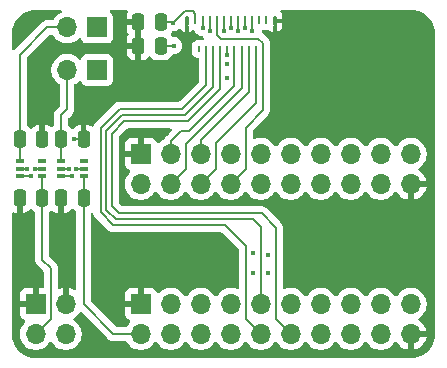
<source format=gbr>
%TF.GenerationSoftware,KiCad,Pcbnew,9.0.0-rc3-b7b28e555e~182~ubuntu24.04.1*%
%TF.CreationDate,2025-02-14T00:47:13-05:00*%
%TF.ProjectId,SharpBreakout,53686172-7042-4726-9561-6b6f75742e6b,rev?*%
%TF.SameCoordinates,Original*%
%TF.FileFunction,Copper,L1,Top*%
%TF.FilePolarity,Positive*%
%FSLAX46Y46*%
G04 Gerber Fmt 4.6, Leading zero omitted, Abs format (unit mm)*
G04 Created by KiCad (PCBNEW 9.0.0-rc3-b7b28e555e~182~ubuntu24.04.1) date 2025-02-14 00:47:13*
%MOMM*%
%LPD*%
G01*
G04 APERTURE LIST*
G04 Aperture macros list*
%AMRoundRect*
0 Rectangle with rounded corners*
0 $1 Rounding radius*
0 $2 $3 $4 $5 $6 $7 $8 $9 X,Y pos of 4 corners*
0 Add a 4 corners polygon primitive as box body*
4,1,4,$2,$3,$4,$5,$6,$7,$8,$9,$2,$3,0*
0 Add four circle primitives for the rounded corners*
1,1,$1+$1,$2,$3*
1,1,$1+$1,$4,$5*
1,1,$1+$1,$6,$7*
1,1,$1+$1,$8,$9*
0 Add four rect primitives between the rounded corners*
20,1,$1+$1,$2,$3,$4,$5,0*
20,1,$1+$1,$4,$5,$6,$7,0*
20,1,$1+$1,$6,$7,$8,$9,0*
20,1,$1+$1,$8,$9,$2,$3,0*%
G04 Aperture macros list end*
%TA.AperFunction,SMDPad,CuDef*%
%ADD10RoundRect,0.250000X0.250000X0.475000X-0.250000X0.475000X-0.250000X-0.475000X0.250000X-0.475000X0*%
%TD*%
%TA.AperFunction,SMDPad,CuDef*%
%ADD11RoundRect,0.250000X-0.250000X-0.475000X0.250000X-0.475000X0.250000X0.475000X-0.250000X0.475000X0*%
%TD*%
%TA.AperFunction,ComponentPad*%
%ADD12R,1.700000X1.700000*%
%TD*%
%TA.AperFunction,ComponentPad*%
%ADD13O,1.700000X1.700000*%
%TD*%
%TA.AperFunction,SMDPad,CuDef*%
%ADD14RoundRect,0.062500X0.062500X0.297500X-0.062500X0.297500X-0.062500X-0.297500X0.062500X-0.297500X0*%
%TD*%
%TA.AperFunction,SMDPad,CuDef*%
%ADD15RoundRect,0.062500X0.062500X0.197500X-0.062500X0.197500X-0.062500X-0.197500X0.062500X-0.197500X0*%
%TD*%
%TA.AperFunction,SMDPad,CuDef*%
%ADD16RoundRect,0.075000X0.075000X0.350000X-0.075000X0.350000X-0.075000X-0.350000X0.075000X-0.350000X0*%
%TD*%
%TA.AperFunction,SMDPad,CuDef*%
%ADD17RoundRect,0.100000X-0.225000X-0.100000X0.225000X-0.100000X0.225000X0.100000X-0.225000X0.100000X0*%
%TD*%
%TA.AperFunction,ViaPad*%
%ADD18C,0.450000*%
%TD*%
%TA.AperFunction,ViaPad*%
%ADD19C,0.600000*%
%TD*%
%TA.AperFunction,Conductor*%
%ADD20C,0.200000*%
%TD*%
G04 APERTURE END LIST*
D10*
%TO.P,C1,1*%
%TO.N,/VDD2*%
X138850000Y-84100000D03*
%TO.P,C1,2*%
%TO.N,GND*%
X136950000Y-84100000D03*
%TD*%
%TO.P,C5,1*%
%TO.N,VDDIO*%
X132300000Y-99000000D03*
%TO.P,C5,2*%
%TO.N,GND*%
X130400000Y-99000000D03*
%TD*%
%TO.P,C3,1*%
%TO.N,VBUS*%
X128800000Y-99000000D03*
%TO.P,C3,2*%
%TO.N,GND*%
X126900000Y-99000000D03*
%TD*%
D11*
%TO.P,C4,1*%
%TO.N,Net-(J2-Pin_2)*%
X126900000Y-94000000D03*
%TO.P,C4,2*%
%TO.N,GND*%
X128800000Y-94000000D03*
%TD*%
D12*
%TO.P,J6,1,Pin_1*%
%TO.N,/VDD1*%
X133455000Y-88140000D03*
D13*
%TO.P,J6,2,Pin_2*%
%TO.N,Net-(J6-Pin_2)*%
X130915000Y-88140000D03*
%TD*%
D12*
%TO.P,J2,1,Pin_1*%
%TO.N,/VDD2*%
X133455000Y-84540000D03*
D13*
%TO.P,J2,2,Pin_2*%
%TO.N,Net-(J2-Pin_2)*%
X130915000Y-84540000D03*
%TD*%
D14*
%TO.P,J1,1,Pin_1*%
%TO.N,unconnected-(J1-Pin_1-Pad1)*%
X147780000Y-83925000D03*
D15*
%TO.P,J1,2,Pin_2*%
%TO.N,/VB*%
X147480000Y-86355000D03*
D14*
%TO.P,J1,3,Pin_3*%
%TO.N,unconnected-(J1-Pin_3-Pad3)*%
X147180000Y-83925000D03*
D15*
%TO.P,J1,4,Pin_4*%
%TO.N,/B1*%
X146880000Y-86355000D03*
D14*
%TO.P,J1,5,Pin_5*%
%TO.N,/B0*%
X146580000Y-83925000D03*
D15*
%TO.P,J1,6,Pin_6*%
%TO.N,/G1*%
X146280000Y-86355000D03*
D14*
%TO.P,J1,7,Pin_7*%
%TO.N,/G0*%
X145980000Y-83925000D03*
D15*
%TO.P,J1,8,Pin_8*%
%TO.N,/R1*%
X145680000Y-86355000D03*
D14*
%TO.P,J1,9,Pin_9*%
%TO.N,/R0*%
X145380000Y-83925000D03*
D15*
%TO.P,J1,10,Pin_10*%
%TO.N,/BCK*%
X145080000Y-86355000D03*
D14*
%TO.P,J1,11,Pin_11*%
%TO.N,/BSP*%
X144780000Y-83925000D03*
D15*
%TO.P,J1,12,Pin_12*%
%TO.N,GND*%
X144480000Y-86355000D03*
D14*
%TO.P,J1,13,Pin_13*%
%TO.N,/VDD1*%
X144180000Y-83925000D03*
D15*
%TO.P,J1,14,Pin_14*%
%TO.N,/VA*%
X143880000Y-86355000D03*
D14*
%TO.P,J1,15,Pin_15*%
%TO.N,/VB*%
X143580000Y-83925000D03*
D15*
%TO.P,J1,16,Pin_16*%
%TO.N,/INTB*%
X143280000Y-86355000D03*
D14*
%TO.P,J1,17,Pin_17*%
%TO.N,/GEN*%
X142980000Y-83925000D03*
D15*
%TO.P,J1,18,Pin_18*%
%TO.N,/GCK*%
X142680000Y-86355000D03*
D14*
%TO.P,J1,19,Pin_19*%
%TO.N,/GSP*%
X142380000Y-83925000D03*
D15*
%TO.P,J1,20,Pin_20*%
%TO.N,unconnected-(J1-Pin_20-Pad20)*%
X142080000Y-86355000D03*
D14*
%TO.P,J1,21,Pin_21*%
%TO.N,/VDD2*%
X141780000Y-83925000D03*
D16*
%TO.P,J1,MP,MountPin*%
%TO.N,GND*%
X148490000Y-83990000D03*
X141070000Y-83990000D03*
%TD*%
D11*
%TO.P,C6,1*%
%TO.N,Net-(J6-Pin_2)*%
X130400000Y-94000000D03*
%TO.P,C6,2*%
%TO.N,GND*%
X132300000Y-94000000D03*
%TD*%
D17*
%TO.P,U2,1,OUT*%
%TO.N,Net-(J6-Pin_2)*%
X130400000Y-95850000D03*
%TO.P,U2,2,GND*%
%TO.N,GND*%
X130400000Y-96500000D03*
%TO.P,U2,3,ON*%
%TO.N,/VDDIO_EN*%
X130400000Y-97150000D03*
%TO.P,U2,4,IN*%
%TO.N,VDDIO*%
X132300000Y-97150000D03*
%TO.P,U2,5,GND*%
%TO.N,GND*%
X132300000Y-96500000D03*
%TO.P,U2,6,NC*%
%TO.N,unconnected-(U2-NC-Pad6)*%
X132300000Y-95850000D03*
%TD*%
%TO.P,U1,1,OUT*%
%TO.N,Net-(J2-Pin_2)*%
X126900000Y-95850000D03*
%TO.P,U1,2,GND*%
%TO.N,GND*%
X126900000Y-96500000D03*
%TO.P,U1,3,ON*%
%TO.N,/VBUS_EN*%
X126900000Y-97150000D03*
%TO.P,U1,4,IN*%
%TO.N,VBUS*%
X128800000Y-97150000D03*
%TO.P,U1,5,GND*%
%TO.N,GND*%
X128800000Y-96500000D03*
%TO.P,U1,6,NC*%
%TO.N,unconnected-(U1-NC-Pad6)*%
X128800000Y-95850000D03*
%TD*%
D10*
%TO.P,C2,1*%
%TO.N,/VDD1*%
X138850000Y-86100000D03*
%TO.P,C2,2*%
%TO.N,GND*%
X136950000Y-86100000D03*
%TD*%
D12*
%TO.P,J3,1,Pin_1*%
%TO.N,GND*%
X137155000Y-95245000D03*
D13*
%TO.P,J3,2,Pin_2*%
%TO.N,unconnected-(J3-Pin_2-Pad2)*%
X137155000Y-97785000D03*
%TO.P,J3,3,Pin_3*%
%TO.N,/BCK*%
X139695000Y-95245000D03*
%TO.P,J3,4,Pin_4*%
%TO.N,/R1*%
X139695000Y-97785000D03*
%TO.P,J3,5,Pin_5*%
%TO.N,/G1*%
X142235000Y-95245000D03*
%TO.P,J3,6,Pin_6*%
%TO.N,/B1*%
X142235000Y-97785000D03*
%TO.P,J3,7,Pin_7*%
%TO.N,unconnected-(J3-Pin_7-Pad7)*%
X144775000Y-95245000D03*
%TO.P,J3,8,Pin_8*%
%TO.N,/VB*%
X144775000Y-97785000D03*
%TO.P,J3,9,Pin_9*%
%TO.N,unconnected-(J3-Pin_9-Pad9)*%
X147315000Y-95245000D03*
%TO.P,J3,10,Pin_10*%
%TO.N,unconnected-(J3-Pin_10-Pad10)*%
X147315000Y-97785000D03*
%TO.P,J3,11,Pin_11*%
%TO.N,unconnected-(J3-Pin_11-Pad11)*%
X149855000Y-95245000D03*
%TO.P,J3,12,Pin_12*%
%TO.N,unconnected-(J3-Pin_12-Pad12)*%
X149855000Y-97785000D03*
%TO.P,J3,13,Pin_13*%
%TO.N,unconnected-(J3-Pin_13-Pad13)*%
X152395000Y-95245000D03*
%TO.P,J3,14,Pin_14*%
%TO.N,unconnected-(J3-Pin_14-Pad14)*%
X152395000Y-97785000D03*
%TO.P,J3,15,Pin_15*%
%TO.N,unconnected-(J3-Pin_15-Pad15)*%
X154935000Y-95245000D03*
%TO.P,J3,16,Pin_16*%
%TO.N,unconnected-(J3-Pin_16-Pad16)*%
X154935000Y-97785000D03*
%TO.P,J3,17,Pin_17*%
%TO.N,unconnected-(J3-Pin_17-Pad17)*%
X157475000Y-95245000D03*
%TO.P,J3,18,Pin_18*%
%TO.N,unconnected-(J3-Pin_18-Pad18)*%
X157475000Y-97785000D03*
%TO.P,J3,19,Pin_19*%
%TO.N,unconnected-(J3-Pin_19-Pad19)*%
X160015000Y-95245000D03*
%TO.P,J3,20,Pin_20*%
%TO.N,GND*%
X160015000Y-97785000D03*
%TD*%
D12*
%TO.P,J5,1,Pin_1*%
%TO.N,GND*%
X137155000Y-107945000D03*
D13*
%TO.P,J5,2,Pin_2*%
%TO.N,VDDIO*%
X137155000Y-110485000D03*
%TO.P,J5,3,Pin_3*%
%TO.N,unconnected-(J5-Pin_3-Pad3)*%
X139695000Y-107945000D03*
%TO.P,J5,4,Pin_4*%
%TO.N,unconnected-(J5-Pin_4-Pad4)*%
X139695000Y-110485000D03*
%TO.P,J5,5,Pin_5*%
%TO.N,unconnected-(J5-Pin_5-Pad5)*%
X142235000Y-107945000D03*
%TO.P,J5,6,Pin_6*%
%TO.N,unconnected-(J5-Pin_6-Pad6)*%
X142235000Y-110485000D03*
%TO.P,J5,7,Pin_7*%
%TO.N,/VDDIO_EN*%
X144775000Y-107945000D03*
%TO.P,J5,8,Pin_8*%
%TO.N,/VBUS_EN*%
X144775000Y-110485000D03*
%TO.P,J5,9,Pin_9*%
%TO.N,/INTB*%
X147315000Y-107945000D03*
%TO.P,J5,10,Pin_10*%
%TO.N,/GCK*%
X147315000Y-110485000D03*
%TO.P,J5,11,Pin_11*%
%TO.N,/GSP*%
X149855000Y-107945000D03*
%TO.P,J5,12,Pin_12*%
%TO.N,/VA*%
X149855000Y-110485000D03*
%TO.P,J5,13,Pin_13*%
%TO.N,/BSP*%
X152395000Y-107945000D03*
%TO.P,J5,14,Pin_14*%
%TO.N,/GEN*%
X152395000Y-110485000D03*
%TO.P,J5,15,Pin_15*%
%TO.N,/G0*%
X154935000Y-107945000D03*
%TO.P,J5,16,Pin_16*%
%TO.N,/R0*%
X154935000Y-110485000D03*
%TO.P,J5,17,Pin_17*%
%TO.N,unconnected-(J5-Pin_17-Pad17)*%
X157475000Y-107945000D03*
%TO.P,J5,18,Pin_18*%
%TO.N,/B0*%
X157475000Y-110485000D03*
%TO.P,J5,19,Pin_19*%
%TO.N,unconnected-(J5-Pin_19-Pad19)*%
X160015000Y-107945000D03*
%TO.P,J5,20,Pin_20*%
%TO.N,GND*%
X160015000Y-110485000D03*
%TD*%
D12*
%TO.P,J4,1,Pin_1*%
%TO.N,GND*%
X128265000Y-107945000D03*
D13*
%TO.P,J4,2,Pin_2*%
%TO.N,VBUS*%
X128265000Y-110485000D03*
%TO.P,J4,3,Pin_3*%
%TO.N,GND*%
X130805000Y-107945000D03*
%TO.P,J4,4,Pin_4*%
%TO.N,VDDEXT*%
X130805000Y-110485000D03*
%TD*%
D18*
%TO.N,/GSP*%
X142380000Y-84550000D03*
%TO.N,/GEN*%
X142980000Y-84860000D03*
%TO.N,/BSP*%
X144780000Y-84550000D03*
%TO.N,/G0*%
X145980000Y-84550000D03*
%TO.N,/B0*%
X146580000Y-84860000D03*
%TO.N,GND*%
X130400000Y-100075000D03*
X159750000Y-85910000D03*
X143810000Y-104270000D03*
X136390000Y-89470000D03*
D19*
X127875000Y-84175000D03*
D18*
X131700000Y-96500000D03*
X127490000Y-96500000D03*
X149370000Y-102890000D03*
X156240000Y-85910000D03*
X151760000Y-104080000D03*
X159830000Y-105580000D03*
X144450000Y-88800000D03*
X142810000Y-103270000D03*
X134710000Y-105230000D03*
X146630000Y-103670000D03*
X144870000Y-105350000D03*
X150390000Y-105480000D03*
X144850000Y-103350000D03*
X146640000Y-105370000D03*
X144454000Y-86890000D03*
X156220000Y-92420000D03*
X147890000Y-103790000D03*
X128740000Y-88320000D03*
X139750000Y-88680000D03*
X156220000Y-89300000D03*
X157620000Y-103490000D03*
X126900000Y-100050000D03*
X157400000Y-100820000D03*
X128220000Y-96500000D03*
X159780000Y-89280000D03*
D19*
X126900000Y-85475000D03*
D18*
X153070000Y-105580000D03*
X131510000Y-94000000D03*
X152140000Y-92390000D03*
X131090000Y-101490000D03*
X151760000Y-105580000D03*
X128800000Y-94000000D03*
X144450000Y-87660000D03*
X159710000Y-100720000D03*
X153070000Y-104050000D03*
X152070000Y-85910000D03*
X136075000Y-86100000D03*
X131040000Y-96500000D03*
X152000000Y-89200000D03*
X150260000Y-103840000D03*
X159870000Y-92440000D03*
X147910000Y-105310000D03*
X157650000Y-105480000D03*
X139340000Y-105400000D03*
X159760000Y-103400000D03*
X136075000Y-84100000D03*
X128710000Y-91410000D03*
%TO.N,/R0*%
X145380000Y-84860000D03*
%TO.N,/VDD2*%
X139900000Y-84125000D03*
%TO.N,/VDD1*%
X144180000Y-84860000D03*
X139925000Y-86085000D03*
%TO.N,/VBUS_EN*%
X127850000Y-97150000D03*
%TO.N,/VDDIO_EN*%
X131350000Y-97150000D03*
%TD*%
D20*
%TO.N,/VB*%
X143900000Y-85480000D02*
X147100000Y-85480000D01*
X143580000Y-85160000D02*
X143900000Y-85480000D01*
X147480000Y-91560000D02*
X146030000Y-93010000D01*
X147480000Y-85860000D02*
X147480000Y-86355000D01*
X147480000Y-86355000D02*
X147480000Y-91560000D01*
X143580000Y-83925000D02*
X143580000Y-85160000D01*
X146030000Y-93010000D02*
X146030000Y-96530000D01*
X147100000Y-85480000D02*
X147480000Y-85860000D01*
X146030000Y-96530000D02*
X144775000Y-97785000D01*
%TO.N,/GSP*%
X142380000Y-83925000D02*
X142380000Y-84550000D01*
%TO.N,/VA*%
X149855000Y-110485000D02*
X148580000Y-109210000D01*
X148580000Y-109210000D02*
X148580000Y-101480000D01*
X143880000Y-89760000D02*
X143880000Y-86355000D01*
X141160000Y-92480000D02*
X143880000Y-89760000D01*
X134700000Y-93540000D02*
X135760000Y-92480000D01*
X148580000Y-101480000D02*
X147390000Y-100290000D01*
X135760000Y-92480000D02*
X141160000Y-92480000D01*
X147390000Y-100290000D02*
X135310000Y-100290000D01*
X134700000Y-99680000D02*
X134700000Y-93540000D01*
X135310000Y-100290000D02*
X134700000Y-99680000D01*
%TO.N,/GEN*%
X142980000Y-83925000D02*
X142980000Y-84860000D01*
%TO.N,/BCK*%
X140540000Y-93340000D02*
X139695000Y-94185000D01*
X145080000Y-89460000D02*
X141200000Y-93340000D01*
X139695000Y-94185000D02*
X139695000Y-95245000D01*
X145080000Y-86355000D02*
X145080000Y-89460000D01*
X141200000Y-93340000D02*
X140540000Y-93340000D01*
%TO.N,/BSP*%
X144780000Y-83925000D02*
X144780000Y-84550000D01*
%TO.N,/B1*%
X146880000Y-90940000D02*
X146880000Y-86355000D01*
X143480000Y-94340000D02*
X146880000Y-90940000D01*
X142235000Y-97785000D02*
X143480000Y-96540000D01*
X143480000Y-96540000D02*
X143480000Y-94340000D01*
%TO.N,/G0*%
X145980000Y-83925000D02*
X145980000Y-84550000D01*
%TO.N,/B0*%
X146580000Y-83925000D02*
X146580000Y-84860000D01*
%TO.N,/R1*%
X140960000Y-96520000D02*
X139695000Y-97785000D01*
X145680000Y-89690000D02*
X140960000Y-94410000D01*
X145680000Y-86355000D02*
X145680000Y-89690000D01*
X140960000Y-94410000D02*
X140960000Y-96520000D01*
%TO.N,GND*%
X136075000Y-86100000D02*
X136950000Y-86100000D01*
X132300000Y-94000000D02*
X131510000Y-94000000D01*
X136950000Y-84100000D02*
X136075000Y-84100000D01*
X128800000Y-96500000D02*
X128220000Y-96500000D01*
X130400000Y-96500000D02*
X131040000Y-96500000D01*
X132300000Y-96500000D02*
X131700000Y-96500000D01*
X144454000Y-86890000D02*
X144480000Y-86864000D01*
X144480000Y-86864000D02*
X144480000Y-86355000D01*
X126900000Y-100050000D02*
X126890000Y-100040000D01*
X126900000Y-96500000D02*
X127490000Y-96500000D01*
X126890000Y-100040000D02*
X126890000Y-99000000D01*
X130400000Y-100075000D02*
X130400000Y-99000000D01*
X126900000Y-100050000D02*
X126900000Y-99000000D01*
%TO.N,/G1*%
X146280000Y-90030000D02*
X142235000Y-94075000D01*
X142235000Y-94075000D02*
X142235000Y-95245000D01*
X146280000Y-86355000D02*
X146280000Y-90030000D01*
%TO.N,/GCK*%
X142680000Y-89390000D02*
X140660000Y-91410000D01*
X146060000Y-103060000D02*
X146060000Y-109230000D01*
X144280000Y-101280000D02*
X146060000Y-103060000D01*
X133740000Y-100200000D02*
X134820000Y-101280000D01*
X146060000Y-109230000D02*
X147315000Y-110485000D01*
X142680000Y-86355000D02*
X142680000Y-89390000D01*
X133740000Y-93020000D02*
X133740000Y-100200000D01*
X135350000Y-91410000D02*
X133740000Y-93020000D01*
X134820000Y-101280000D02*
X144280000Y-101280000D01*
X140660000Y-91410000D02*
X135350000Y-91410000D01*
%TO.N,/INTB*%
X147315000Y-107945000D02*
X147315000Y-101425000D01*
X135020000Y-100780000D02*
X134210000Y-99970000D01*
X143280000Y-89590000D02*
X143280000Y-86355000D01*
X146670000Y-100780000D02*
X135020000Y-100780000D01*
X135560000Y-91940000D02*
X140930000Y-91940000D01*
X134210000Y-93290000D02*
X135560000Y-91940000D01*
X134210000Y-99970000D02*
X134210000Y-93290000D01*
X140930000Y-91940000D02*
X143280000Y-89590000D01*
X147315000Y-101425000D02*
X146670000Y-100780000D01*
%TO.N,/R0*%
X145380000Y-83925000D02*
X145380000Y-84860000D01*
%TO.N,VBUS*%
X129540000Y-104940000D02*
X129540000Y-109210000D01*
X128800000Y-104200000D02*
X129540000Y-104940000D01*
X128800000Y-99000000D02*
X128800000Y-97150000D01*
X128800000Y-99000000D02*
X128800000Y-104200000D01*
X129540000Y-109210000D02*
X128265000Y-110485000D01*
%TO.N,VDDIO*%
X132300000Y-99000000D02*
X132300000Y-97150000D01*
X134805000Y-110485000D02*
X132300000Y-107980000D01*
X132300000Y-107980000D02*
X132300000Y-99000000D01*
X137155000Y-110485000D02*
X134805000Y-110485000D01*
%TO.N,/VDD2*%
X139900000Y-84125000D02*
X139875000Y-84100000D01*
X139900000Y-84125000D02*
X140874000Y-83151000D01*
X140874000Y-83151000D02*
X141541000Y-83151000D01*
X141780000Y-83390000D02*
X141780000Y-83925000D01*
X139875000Y-84100000D02*
X138850000Y-84100000D01*
X141541000Y-83151000D02*
X141780000Y-83390000D01*
%TO.N,/VDD1*%
X139925000Y-86085000D02*
X139910000Y-86100000D01*
X144180000Y-83925000D02*
X144180000Y-84860000D01*
X139910000Y-86100000D02*
X138850000Y-86100000D01*
%TO.N,Net-(J2-Pin_2)*%
X129200000Y-84540000D02*
X130915000Y-84540000D01*
X126900000Y-94000000D02*
X126900000Y-95850000D01*
X126900000Y-94000000D02*
X126900000Y-86840000D01*
X126900000Y-86840000D02*
X129200000Y-84540000D01*
%TO.N,Net-(J6-Pin_2)*%
X130915000Y-91455000D02*
X130915000Y-88140000D01*
X130400000Y-94000000D02*
X130400000Y-91970000D01*
X130400000Y-94000000D02*
X130400000Y-95850000D01*
X130400000Y-91970000D02*
X130915000Y-91455000D01*
%TO.N,/VBUS_EN*%
X126900000Y-97150000D02*
X127850000Y-97150000D01*
%TO.N,/VDDIO_EN*%
X130400000Y-97150000D02*
X131350000Y-97150000D01*
%TD*%
%TA.AperFunction,Conductor*%
%TO.N,GND*%
G36*
X160064043Y-83050765D02*
G01*
X160312895Y-83067075D01*
X160328953Y-83069190D01*
X160536105Y-83110395D01*
X160569535Y-83117045D01*
X160585202Y-83121243D01*
X160754947Y-83178863D01*
X160817481Y-83200091D01*
X160832458Y-83206294D01*
X161034388Y-83305875D01*
X161052460Y-83314787D01*
X161066508Y-83322897D01*
X161270464Y-83459177D01*
X161283325Y-83469045D01*
X161287038Y-83472302D01*
X161467749Y-83630781D01*
X161479218Y-83642250D01*
X161640951Y-83826671D01*
X161650825Y-83839539D01*
X161787102Y-84043492D01*
X161795212Y-84057539D01*
X161903702Y-84277534D01*
X161909909Y-84292520D01*
X161988756Y-84524797D01*
X161992954Y-84540464D01*
X162040807Y-84781035D01*
X162042925Y-84797116D01*
X162045884Y-84842261D01*
X162058510Y-85034903D01*
X162059235Y-85045956D01*
X162059500Y-85054066D01*
X162059500Y-110525933D01*
X162059235Y-110534043D01*
X162042925Y-110782883D01*
X162040807Y-110798964D01*
X161992954Y-111039535D01*
X161988756Y-111055202D01*
X161909909Y-111287479D01*
X161903702Y-111302465D01*
X161795212Y-111522460D01*
X161787102Y-111536507D01*
X161650825Y-111740460D01*
X161640951Y-111753328D01*
X161479218Y-111937749D01*
X161467749Y-111949218D01*
X161283328Y-112110951D01*
X161270460Y-112120825D01*
X161066507Y-112257102D01*
X161052460Y-112265212D01*
X160832465Y-112373702D01*
X160817479Y-112379909D01*
X160585202Y-112458756D01*
X160569535Y-112462954D01*
X160328964Y-112510807D01*
X160312883Y-112512925D01*
X160064043Y-112529235D01*
X160055933Y-112529500D01*
X128234067Y-112529500D01*
X128225957Y-112529235D01*
X127977116Y-112512925D01*
X127961035Y-112510807D01*
X127720464Y-112462954D01*
X127704797Y-112458756D01*
X127472520Y-112379909D01*
X127457534Y-112373702D01*
X127237539Y-112265212D01*
X127223492Y-112257102D01*
X127019539Y-112120825D01*
X127006671Y-112110951D01*
X126822250Y-111949218D01*
X126810781Y-111937749D01*
X126649048Y-111753328D01*
X126639174Y-111740460D01*
X126636566Y-111736557D01*
X126502897Y-111536507D01*
X126494787Y-111522460D01*
X126489529Y-111511799D01*
X126386294Y-111302458D01*
X126380090Y-111287479D01*
X126301243Y-111055202D01*
X126297045Y-111039535D01*
X126286197Y-110985000D01*
X126249190Y-110798953D01*
X126247075Y-110782895D01*
X126230765Y-110534043D01*
X126230500Y-110525933D01*
X126230500Y-100297815D01*
X126250185Y-100230776D01*
X126302989Y-100185021D01*
X126372147Y-100175077D01*
X126393505Y-100180109D01*
X126497305Y-100214505D01*
X126497309Y-100214506D01*
X126600019Y-100224999D01*
X126649999Y-100224998D01*
X126650000Y-100224998D01*
X126650000Y-99124000D01*
X126669685Y-99056961D01*
X126722489Y-99011206D01*
X126774000Y-99000000D01*
X127026000Y-99000000D01*
X127093039Y-99019685D01*
X127138794Y-99072489D01*
X127150000Y-99124000D01*
X127150000Y-100224999D01*
X127199972Y-100224999D01*
X127199986Y-100224998D01*
X127302697Y-100214505D01*
X127469119Y-100159358D01*
X127469124Y-100159356D01*
X127618345Y-100067315D01*
X127742318Y-99943342D01*
X127744165Y-99940348D01*
X127745969Y-99938724D01*
X127746798Y-99937677D01*
X127746976Y-99937818D01*
X127796110Y-99893621D01*
X127865073Y-99882396D01*
X127929156Y-99910236D01*
X127955243Y-99940341D01*
X127957288Y-99943656D01*
X128081344Y-100067712D01*
X128140596Y-100104258D01*
X128187321Y-100156204D01*
X128199500Y-100209797D01*
X128199500Y-104113330D01*
X128199499Y-104113348D01*
X128199499Y-104279054D01*
X128199498Y-104279054D01*
X128199499Y-104279057D01*
X128240423Y-104431785D01*
X128240424Y-104431786D01*
X128256412Y-104459480D01*
X128256413Y-104459481D01*
X128319475Y-104568709D01*
X128319481Y-104568717D01*
X128438349Y-104687585D01*
X128438355Y-104687590D01*
X128903181Y-105152416D01*
X128936666Y-105213739D01*
X128939500Y-105240097D01*
X128939500Y-106471000D01*
X128919815Y-106538039D01*
X128867011Y-106583794D01*
X128815500Y-106595000D01*
X128515000Y-106595000D01*
X128515000Y-107511988D01*
X128457993Y-107479075D01*
X128330826Y-107445000D01*
X128199174Y-107445000D01*
X128072007Y-107479075D01*
X128015000Y-107511988D01*
X128015000Y-106595000D01*
X127367155Y-106595000D01*
X127307627Y-106601401D01*
X127307620Y-106601403D01*
X127172913Y-106651645D01*
X127172906Y-106651649D01*
X127057812Y-106737809D01*
X127057809Y-106737812D01*
X126971649Y-106852906D01*
X126971645Y-106852913D01*
X126921403Y-106987620D01*
X126921401Y-106987627D01*
X126915000Y-107047155D01*
X126915000Y-107695000D01*
X127831988Y-107695000D01*
X127799075Y-107752007D01*
X127765000Y-107879174D01*
X127765000Y-108010826D01*
X127799075Y-108137993D01*
X127831988Y-108195000D01*
X126915000Y-108195000D01*
X126915000Y-108842844D01*
X126921401Y-108902372D01*
X126921403Y-108902379D01*
X126971645Y-109037086D01*
X126971649Y-109037093D01*
X127057809Y-109152187D01*
X127057812Y-109152190D01*
X127172906Y-109238350D01*
X127172913Y-109238354D01*
X127304470Y-109287422D01*
X127360404Y-109329293D01*
X127384821Y-109394758D01*
X127369969Y-109463031D01*
X127348819Y-109491285D01*
X127234889Y-109605215D01*
X127109951Y-109777179D01*
X127013444Y-109966585D01*
X126947753Y-110168760D01*
X126946291Y-110177993D01*
X126914500Y-110378713D01*
X126914500Y-110591287D01*
X126924534Y-110654644D01*
X126946129Y-110790987D01*
X126947754Y-110801243D01*
X126963396Y-110849385D01*
X127013444Y-111003414D01*
X127109951Y-111192820D01*
X127234890Y-111364786D01*
X127385213Y-111515109D01*
X127557179Y-111640048D01*
X127557181Y-111640049D01*
X127557184Y-111640051D01*
X127746588Y-111736557D01*
X127948757Y-111802246D01*
X128158713Y-111835500D01*
X128158714Y-111835500D01*
X128371286Y-111835500D01*
X128371287Y-111835500D01*
X128581243Y-111802246D01*
X128783412Y-111736557D01*
X128972816Y-111640051D01*
X129018639Y-111606759D01*
X129144786Y-111515109D01*
X129144788Y-111515106D01*
X129144792Y-111515104D01*
X129295104Y-111364792D01*
X129295106Y-111364788D01*
X129295109Y-111364786D01*
X129420048Y-111192820D01*
X129420047Y-111192820D01*
X129420051Y-111192816D01*
X129424514Y-111184054D01*
X129472488Y-111133259D01*
X129540308Y-111116463D01*
X129606444Y-111138999D01*
X129645486Y-111184056D01*
X129649951Y-111192820D01*
X129774890Y-111364786D01*
X129925213Y-111515109D01*
X130097179Y-111640048D01*
X130097181Y-111640049D01*
X130097184Y-111640051D01*
X130286588Y-111736557D01*
X130488757Y-111802246D01*
X130698713Y-111835500D01*
X130698714Y-111835500D01*
X130911286Y-111835500D01*
X130911287Y-111835500D01*
X131121243Y-111802246D01*
X131323412Y-111736557D01*
X131512816Y-111640051D01*
X131558639Y-111606759D01*
X131684786Y-111515109D01*
X131684788Y-111515106D01*
X131684792Y-111515104D01*
X131835104Y-111364792D01*
X131835106Y-111364788D01*
X131835109Y-111364786D01*
X131960048Y-111192820D01*
X131960047Y-111192820D01*
X131960051Y-111192816D01*
X132056557Y-111003412D01*
X132122246Y-110801243D01*
X132155500Y-110591287D01*
X132155500Y-110378713D01*
X132122246Y-110168757D01*
X132056557Y-109966588D01*
X131960051Y-109777184D01*
X131960049Y-109777181D01*
X131960048Y-109777179D01*
X131835109Y-109605213D01*
X131684786Y-109454890D01*
X131512817Y-109329949D01*
X131503504Y-109325204D01*
X131452707Y-109277230D01*
X131435912Y-109209409D01*
X131458449Y-109143274D01*
X131503507Y-109104232D01*
X131512558Y-109099620D01*
X131684459Y-108974727D01*
X131684464Y-108974723D01*
X131834727Y-108824460D01*
X131943170Y-108675200D01*
X131998499Y-108632534D01*
X132068113Y-108626555D01*
X132129908Y-108659160D01*
X132131169Y-108660404D01*
X134320139Y-110849374D01*
X134320149Y-110849385D01*
X134324479Y-110853715D01*
X134324480Y-110853716D01*
X134436284Y-110965520D01*
X134496052Y-111000026D01*
X134523095Y-111015639D01*
X134523097Y-111015641D01*
X134561151Y-111037611D01*
X134573215Y-111044577D01*
X134725943Y-111085501D01*
X134725946Y-111085501D01*
X134891653Y-111085501D01*
X134891669Y-111085500D01*
X135869281Y-111085500D01*
X135936320Y-111105185D01*
X135979765Y-111153205D01*
X135999947Y-111192814D01*
X135999948Y-111192815D01*
X136124890Y-111364786D01*
X136275213Y-111515109D01*
X136447179Y-111640048D01*
X136447181Y-111640049D01*
X136447184Y-111640051D01*
X136636588Y-111736557D01*
X136838757Y-111802246D01*
X137048713Y-111835500D01*
X137048714Y-111835500D01*
X137261286Y-111835500D01*
X137261287Y-111835500D01*
X137471243Y-111802246D01*
X137673412Y-111736557D01*
X137862816Y-111640051D01*
X137908639Y-111606759D01*
X138034786Y-111515109D01*
X138034788Y-111515106D01*
X138034792Y-111515104D01*
X138185104Y-111364792D01*
X138185106Y-111364788D01*
X138185109Y-111364786D01*
X138310048Y-111192820D01*
X138310047Y-111192820D01*
X138310051Y-111192816D01*
X138314514Y-111184054D01*
X138362488Y-111133259D01*
X138430308Y-111116463D01*
X138496444Y-111138999D01*
X138535486Y-111184056D01*
X138539951Y-111192820D01*
X138664890Y-111364786D01*
X138815213Y-111515109D01*
X138987179Y-111640048D01*
X138987181Y-111640049D01*
X138987184Y-111640051D01*
X139176588Y-111736557D01*
X139378757Y-111802246D01*
X139588713Y-111835500D01*
X139588714Y-111835500D01*
X139801286Y-111835500D01*
X139801287Y-111835500D01*
X140011243Y-111802246D01*
X140213412Y-111736557D01*
X140402816Y-111640051D01*
X140448639Y-111606759D01*
X140574786Y-111515109D01*
X140574788Y-111515106D01*
X140574792Y-111515104D01*
X140725104Y-111364792D01*
X140725106Y-111364788D01*
X140725109Y-111364786D01*
X140850048Y-111192820D01*
X140850047Y-111192820D01*
X140850051Y-111192816D01*
X140854514Y-111184054D01*
X140902488Y-111133259D01*
X140970308Y-111116463D01*
X141036444Y-111138999D01*
X141075486Y-111184056D01*
X141079951Y-111192820D01*
X141204890Y-111364786D01*
X141355213Y-111515109D01*
X141527179Y-111640048D01*
X141527181Y-111640049D01*
X141527184Y-111640051D01*
X141716588Y-111736557D01*
X141918757Y-111802246D01*
X142128713Y-111835500D01*
X142128714Y-111835500D01*
X142341286Y-111835500D01*
X142341287Y-111835500D01*
X142551243Y-111802246D01*
X142753412Y-111736557D01*
X142942816Y-111640051D01*
X142988639Y-111606759D01*
X143114786Y-111515109D01*
X143114788Y-111515106D01*
X143114792Y-111515104D01*
X143265104Y-111364792D01*
X143265106Y-111364788D01*
X143265109Y-111364786D01*
X143390048Y-111192820D01*
X143390047Y-111192820D01*
X143390051Y-111192816D01*
X143394514Y-111184054D01*
X143442488Y-111133259D01*
X143510308Y-111116463D01*
X143576444Y-111138999D01*
X143615486Y-111184056D01*
X143619951Y-111192820D01*
X143744890Y-111364786D01*
X143895213Y-111515109D01*
X144067179Y-111640048D01*
X144067181Y-111640049D01*
X144067184Y-111640051D01*
X144256588Y-111736557D01*
X144458757Y-111802246D01*
X144668713Y-111835500D01*
X144668714Y-111835500D01*
X144881286Y-111835500D01*
X144881287Y-111835500D01*
X145091243Y-111802246D01*
X145293412Y-111736557D01*
X145482816Y-111640051D01*
X145528639Y-111606759D01*
X145654786Y-111515109D01*
X145654788Y-111515106D01*
X145654792Y-111515104D01*
X145805104Y-111364792D01*
X145805106Y-111364788D01*
X145805109Y-111364786D01*
X145930048Y-111192820D01*
X145930047Y-111192820D01*
X145930051Y-111192816D01*
X145934514Y-111184054D01*
X145982488Y-111133259D01*
X146050308Y-111116463D01*
X146116444Y-111138999D01*
X146155486Y-111184056D01*
X146159951Y-111192820D01*
X146284890Y-111364786D01*
X146435213Y-111515109D01*
X146607179Y-111640048D01*
X146607181Y-111640049D01*
X146607184Y-111640051D01*
X146796588Y-111736557D01*
X146998757Y-111802246D01*
X147208713Y-111835500D01*
X147208714Y-111835500D01*
X147421286Y-111835500D01*
X147421287Y-111835500D01*
X147631243Y-111802246D01*
X147833412Y-111736557D01*
X148022816Y-111640051D01*
X148068639Y-111606759D01*
X148194786Y-111515109D01*
X148194788Y-111515106D01*
X148194792Y-111515104D01*
X148345104Y-111364792D01*
X148345106Y-111364788D01*
X148345109Y-111364786D01*
X148470048Y-111192820D01*
X148470047Y-111192820D01*
X148470051Y-111192816D01*
X148474514Y-111184054D01*
X148522488Y-111133259D01*
X148590308Y-111116463D01*
X148656444Y-111138999D01*
X148695486Y-111184056D01*
X148699951Y-111192820D01*
X148824890Y-111364786D01*
X148975213Y-111515109D01*
X149147179Y-111640048D01*
X149147181Y-111640049D01*
X149147184Y-111640051D01*
X149336588Y-111736557D01*
X149538757Y-111802246D01*
X149748713Y-111835500D01*
X149748714Y-111835500D01*
X149961286Y-111835500D01*
X149961287Y-111835500D01*
X150171243Y-111802246D01*
X150373412Y-111736557D01*
X150562816Y-111640051D01*
X150608639Y-111606759D01*
X150734786Y-111515109D01*
X150734788Y-111515106D01*
X150734792Y-111515104D01*
X150885104Y-111364792D01*
X150885106Y-111364788D01*
X150885109Y-111364786D01*
X151010048Y-111192820D01*
X151010047Y-111192820D01*
X151010051Y-111192816D01*
X151014514Y-111184054D01*
X151062488Y-111133259D01*
X151130308Y-111116463D01*
X151196444Y-111138999D01*
X151235486Y-111184056D01*
X151239951Y-111192820D01*
X151364890Y-111364786D01*
X151515213Y-111515109D01*
X151687179Y-111640048D01*
X151687181Y-111640049D01*
X151687184Y-111640051D01*
X151876588Y-111736557D01*
X152078757Y-111802246D01*
X152288713Y-111835500D01*
X152288714Y-111835500D01*
X152501286Y-111835500D01*
X152501287Y-111835500D01*
X152711243Y-111802246D01*
X152913412Y-111736557D01*
X153102816Y-111640051D01*
X153148639Y-111606759D01*
X153274786Y-111515109D01*
X153274788Y-111515106D01*
X153274792Y-111515104D01*
X153425104Y-111364792D01*
X153425106Y-111364788D01*
X153425109Y-111364786D01*
X153550048Y-111192820D01*
X153550047Y-111192820D01*
X153550051Y-111192816D01*
X153554514Y-111184054D01*
X153602488Y-111133259D01*
X153670308Y-111116463D01*
X153736444Y-111138999D01*
X153775486Y-111184056D01*
X153779951Y-111192820D01*
X153904890Y-111364786D01*
X154055213Y-111515109D01*
X154227179Y-111640048D01*
X154227181Y-111640049D01*
X154227184Y-111640051D01*
X154416588Y-111736557D01*
X154618757Y-111802246D01*
X154828713Y-111835500D01*
X154828714Y-111835500D01*
X155041286Y-111835500D01*
X155041287Y-111835500D01*
X155251243Y-111802246D01*
X155453412Y-111736557D01*
X155642816Y-111640051D01*
X155688639Y-111606759D01*
X155814786Y-111515109D01*
X155814788Y-111515106D01*
X155814792Y-111515104D01*
X155965104Y-111364792D01*
X155965106Y-111364788D01*
X155965109Y-111364786D01*
X156090048Y-111192820D01*
X156090047Y-111192820D01*
X156090051Y-111192816D01*
X156094514Y-111184054D01*
X156142488Y-111133259D01*
X156210308Y-111116463D01*
X156276444Y-111138999D01*
X156315486Y-111184056D01*
X156319951Y-111192820D01*
X156444890Y-111364786D01*
X156595213Y-111515109D01*
X156767179Y-111640048D01*
X156767181Y-111640049D01*
X156767184Y-111640051D01*
X156956588Y-111736557D01*
X157158757Y-111802246D01*
X157368713Y-111835500D01*
X157368714Y-111835500D01*
X157581286Y-111835500D01*
X157581287Y-111835500D01*
X157791243Y-111802246D01*
X157993412Y-111736557D01*
X158182816Y-111640051D01*
X158228639Y-111606759D01*
X158354786Y-111515109D01*
X158354788Y-111515106D01*
X158354792Y-111515104D01*
X158505104Y-111364792D01*
X158505106Y-111364788D01*
X158505109Y-111364786D01*
X158630048Y-111192820D01*
X158630051Y-111192816D01*
X158634793Y-111183508D01*
X158682763Y-111132711D01*
X158750583Y-111115911D01*
X158816719Y-111138445D01*
X158855763Y-111183500D01*
X158860377Y-111192555D01*
X158985272Y-111364459D01*
X158985276Y-111364464D01*
X159135535Y-111514723D01*
X159135540Y-111514727D01*
X159307442Y-111639620D01*
X159496782Y-111736095D01*
X159698871Y-111801757D01*
X159765000Y-111812231D01*
X159765000Y-110918012D01*
X159822007Y-110950925D01*
X159949174Y-110985000D01*
X160080826Y-110985000D01*
X160207993Y-110950925D01*
X160265000Y-110918012D01*
X160265000Y-111812230D01*
X160331126Y-111801757D01*
X160331129Y-111801757D01*
X160533217Y-111736095D01*
X160722557Y-111639620D01*
X160894459Y-111514727D01*
X160894464Y-111514723D01*
X161044723Y-111364464D01*
X161044727Y-111364459D01*
X161169620Y-111192557D01*
X161266095Y-111003217D01*
X161331757Y-110801129D01*
X161331757Y-110801126D01*
X161342231Y-110735000D01*
X160448012Y-110735000D01*
X160480925Y-110677993D01*
X160515000Y-110550826D01*
X160515000Y-110419174D01*
X160480925Y-110292007D01*
X160448012Y-110235000D01*
X161342231Y-110235000D01*
X161331757Y-110168873D01*
X161331757Y-110168870D01*
X161266095Y-109966782D01*
X161169620Y-109777442D01*
X161044727Y-109605540D01*
X161044723Y-109605535D01*
X160894464Y-109455276D01*
X160894459Y-109455272D01*
X160722555Y-109330377D01*
X160713500Y-109325763D01*
X160662706Y-109277788D01*
X160645912Y-109209966D01*
X160668451Y-109143832D01*
X160713508Y-109104793D01*
X160722816Y-109100051D01*
X160809471Y-109037093D01*
X160894786Y-108975109D01*
X160894788Y-108975106D01*
X160894792Y-108975104D01*
X161045104Y-108824792D01*
X161045106Y-108824788D01*
X161045109Y-108824786D01*
X161170048Y-108652820D01*
X161170047Y-108652820D01*
X161170051Y-108652816D01*
X161266557Y-108463412D01*
X161332246Y-108261243D01*
X161365500Y-108051287D01*
X161365500Y-107838713D01*
X161332246Y-107628757D01*
X161266557Y-107426588D01*
X161170051Y-107237184D01*
X161170049Y-107237181D01*
X161170048Y-107237179D01*
X161045109Y-107065213D01*
X160894786Y-106914890D01*
X160722820Y-106789951D01*
X160533414Y-106693444D01*
X160533413Y-106693443D01*
X160533412Y-106693443D01*
X160331243Y-106627754D01*
X160331241Y-106627753D01*
X160331240Y-106627753D01*
X160169957Y-106602208D01*
X160121287Y-106594500D01*
X159908713Y-106594500D01*
X159860042Y-106602208D01*
X159698760Y-106627753D01*
X159496585Y-106693444D01*
X159307179Y-106789951D01*
X159135213Y-106914890D01*
X158984890Y-107065213D01*
X158859949Y-107237182D01*
X158855484Y-107245946D01*
X158807509Y-107296742D01*
X158739688Y-107313536D01*
X158673553Y-107290998D01*
X158634516Y-107245946D01*
X158630050Y-107237182D01*
X158505109Y-107065213D01*
X158354786Y-106914890D01*
X158182820Y-106789951D01*
X157993414Y-106693444D01*
X157993413Y-106693443D01*
X157993412Y-106693443D01*
X157791243Y-106627754D01*
X157791241Y-106627753D01*
X157791240Y-106627753D01*
X157629957Y-106602208D01*
X157581287Y-106594500D01*
X157368713Y-106594500D01*
X157320042Y-106602208D01*
X157158760Y-106627753D01*
X156956585Y-106693444D01*
X156767179Y-106789951D01*
X156595213Y-106914890D01*
X156444890Y-107065213D01*
X156319949Y-107237182D01*
X156315484Y-107245946D01*
X156267509Y-107296742D01*
X156199688Y-107313536D01*
X156133553Y-107290998D01*
X156094516Y-107245946D01*
X156090050Y-107237182D01*
X155965109Y-107065213D01*
X155814786Y-106914890D01*
X155642820Y-106789951D01*
X155453414Y-106693444D01*
X155453413Y-106693443D01*
X155453412Y-106693443D01*
X155251243Y-106627754D01*
X155251241Y-106627753D01*
X155251240Y-106627753D01*
X155089957Y-106602208D01*
X155041287Y-106594500D01*
X154828713Y-106594500D01*
X154780042Y-106602208D01*
X154618760Y-106627753D01*
X154416585Y-106693444D01*
X154227179Y-106789951D01*
X154055213Y-106914890D01*
X153904890Y-107065213D01*
X153779949Y-107237182D01*
X153775484Y-107245946D01*
X153727509Y-107296742D01*
X153659688Y-107313536D01*
X153593553Y-107290998D01*
X153554516Y-107245946D01*
X153550050Y-107237182D01*
X153425109Y-107065213D01*
X153274786Y-106914890D01*
X153102820Y-106789951D01*
X152913414Y-106693444D01*
X152913413Y-106693443D01*
X152913412Y-106693443D01*
X152711243Y-106627754D01*
X152711241Y-106627753D01*
X152711240Y-106627753D01*
X152549957Y-106602208D01*
X152501287Y-106594500D01*
X152288713Y-106594500D01*
X152240042Y-106602208D01*
X152078760Y-106627753D01*
X151876585Y-106693444D01*
X151687179Y-106789951D01*
X151515213Y-106914890D01*
X151364890Y-107065213D01*
X151239949Y-107237182D01*
X151235484Y-107245946D01*
X151187509Y-107296742D01*
X151119688Y-107313536D01*
X151053553Y-107290998D01*
X151014516Y-107245946D01*
X151010050Y-107237182D01*
X150885109Y-107065213D01*
X150734786Y-106914890D01*
X150562820Y-106789951D01*
X150373414Y-106693444D01*
X150373413Y-106693443D01*
X150373412Y-106693443D01*
X150171243Y-106627754D01*
X150171241Y-106627753D01*
X150171240Y-106627753D01*
X150009957Y-106602208D01*
X149961287Y-106594500D01*
X149748713Y-106594500D01*
X149700042Y-106602208D01*
X149538760Y-106627753D01*
X149538757Y-106627754D01*
X149342817Y-106691419D01*
X149272977Y-106693414D01*
X149213144Y-106657334D01*
X149182316Y-106594633D01*
X149180500Y-106573488D01*
X149180500Y-101400945D01*
X149180500Y-101400943D01*
X149139577Y-101248216D01*
X149139577Y-101248215D01*
X149082131Y-101148716D01*
X149060520Y-101111284D01*
X148948716Y-100999480D01*
X148948715Y-100999479D01*
X148944385Y-100995149D01*
X148944374Y-100995139D01*
X147877590Y-99928355D01*
X147877588Y-99928352D01*
X147758717Y-99809481D01*
X147758716Y-99809480D01*
X147671380Y-99759057D01*
X147671378Y-99759055D01*
X147621788Y-99730424D01*
X147621787Y-99730423D01*
X147560693Y-99714053D01*
X147469057Y-99689499D01*
X147310943Y-99689499D01*
X147303347Y-99689499D01*
X147303331Y-99689500D01*
X135610097Y-99689500D01*
X135543058Y-99669815D01*
X135522416Y-99653181D01*
X135336819Y-99467584D01*
X135303334Y-99406261D01*
X135300500Y-99379903D01*
X135300500Y-93840097D01*
X135320185Y-93773058D01*
X135336819Y-93752416D01*
X135972416Y-93116819D01*
X136033739Y-93083334D01*
X136060097Y-93080500D01*
X139650903Y-93080500D01*
X139717942Y-93100185D01*
X139763697Y-93152989D01*
X139773641Y-93222147D01*
X139744616Y-93285703D01*
X139738588Y-93292176D01*
X139500513Y-93530251D01*
X139326286Y-93704478D01*
X139214481Y-93816282D01*
X139214475Y-93816290D01*
X139173902Y-93886564D01*
X139173891Y-93886585D01*
X139171631Y-93890501D01*
X139135423Y-93953215D01*
X139127680Y-93982107D01*
X139122569Y-93992674D01*
X139106673Y-94010215D01*
X139094353Y-94030428D01*
X139078326Y-94041498D01*
X139075653Y-94044449D01*
X139073031Y-94045155D01*
X139067241Y-94049156D01*
X138987182Y-94089949D01*
X138815215Y-94214889D01*
X138701285Y-94328819D01*
X138639962Y-94362303D01*
X138570270Y-94357319D01*
X138514337Y-94315447D01*
X138497422Y-94284470D01*
X138448354Y-94152913D01*
X138448350Y-94152906D01*
X138362190Y-94037812D01*
X138362187Y-94037809D01*
X138247093Y-93951649D01*
X138247086Y-93951645D01*
X138112379Y-93901403D01*
X138112372Y-93901401D01*
X138052844Y-93895000D01*
X137405000Y-93895000D01*
X137405000Y-94811988D01*
X137347993Y-94779075D01*
X137220826Y-94745000D01*
X137089174Y-94745000D01*
X136962007Y-94779075D01*
X136905000Y-94811988D01*
X136905000Y-93895000D01*
X136257155Y-93895000D01*
X136197627Y-93901401D01*
X136197620Y-93901403D01*
X136062913Y-93951645D01*
X136062906Y-93951649D01*
X135947812Y-94037809D01*
X135947809Y-94037812D01*
X135861649Y-94152906D01*
X135861645Y-94152913D01*
X135811403Y-94287620D01*
X135811401Y-94287627D01*
X135805000Y-94347155D01*
X135805000Y-94995000D01*
X136721988Y-94995000D01*
X136689075Y-95052007D01*
X136655000Y-95179174D01*
X136655000Y-95310826D01*
X136689075Y-95437993D01*
X136721988Y-95495000D01*
X135805000Y-95495000D01*
X135805000Y-96142844D01*
X135811401Y-96202372D01*
X135811403Y-96202379D01*
X135861645Y-96337086D01*
X135861649Y-96337093D01*
X135947809Y-96452187D01*
X135947812Y-96452190D01*
X136062906Y-96538350D01*
X136062913Y-96538354D01*
X136194470Y-96587422D01*
X136250404Y-96629293D01*
X136274821Y-96694758D01*
X136259969Y-96763031D01*
X136238819Y-96791285D01*
X136124889Y-96905215D01*
X135999951Y-97077179D01*
X135903444Y-97266585D01*
X135837753Y-97468760D01*
X135836291Y-97477993D01*
X135804500Y-97678713D01*
X135804500Y-97891287D01*
X135810994Y-97932288D01*
X135830642Y-98056344D01*
X135837754Y-98101243D01*
X135871683Y-98205666D01*
X135903444Y-98303414D01*
X135999951Y-98492820D01*
X136124890Y-98664786D01*
X136275213Y-98815109D01*
X136447179Y-98940048D01*
X136447181Y-98940049D01*
X136447184Y-98940051D01*
X136636588Y-99036557D01*
X136838757Y-99102246D01*
X137048713Y-99135500D01*
X137048714Y-99135500D01*
X137261286Y-99135500D01*
X137261287Y-99135500D01*
X137471243Y-99102246D01*
X137673412Y-99036557D01*
X137862816Y-98940051D01*
X137884789Y-98924086D01*
X138034786Y-98815109D01*
X138034788Y-98815106D01*
X138034792Y-98815104D01*
X138185104Y-98664792D01*
X138185106Y-98664788D01*
X138185109Y-98664786D01*
X138310048Y-98492820D01*
X138310047Y-98492820D01*
X138310051Y-98492816D01*
X138314514Y-98484054D01*
X138362488Y-98433259D01*
X138430308Y-98416463D01*
X138496444Y-98438999D01*
X138535486Y-98484056D01*
X138539951Y-98492820D01*
X138664890Y-98664786D01*
X138815213Y-98815109D01*
X138987179Y-98940048D01*
X138987181Y-98940049D01*
X138987184Y-98940051D01*
X139176588Y-99036557D01*
X139378757Y-99102246D01*
X139588713Y-99135500D01*
X139588714Y-99135500D01*
X139801286Y-99135500D01*
X139801287Y-99135500D01*
X140011243Y-99102246D01*
X140213412Y-99036557D01*
X140402816Y-98940051D01*
X140424789Y-98924086D01*
X140574786Y-98815109D01*
X140574788Y-98815106D01*
X140574792Y-98815104D01*
X140725104Y-98664792D01*
X140725106Y-98664788D01*
X140725109Y-98664786D01*
X140850048Y-98492820D01*
X140850047Y-98492820D01*
X140850051Y-98492816D01*
X140854514Y-98484054D01*
X140902488Y-98433259D01*
X140970308Y-98416463D01*
X141036444Y-98438999D01*
X141075486Y-98484056D01*
X141079951Y-98492820D01*
X141204890Y-98664786D01*
X141355213Y-98815109D01*
X141527179Y-98940048D01*
X141527181Y-98940049D01*
X141527184Y-98940051D01*
X141716588Y-99036557D01*
X141918757Y-99102246D01*
X142128713Y-99135500D01*
X142128714Y-99135500D01*
X142341286Y-99135500D01*
X142341287Y-99135500D01*
X142551243Y-99102246D01*
X142753412Y-99036557D01*
X142942816Y-98940051D01*
X142964789Y-98924086D01*
X143114786Y-98815109D01*
X143114788Y-98815106D01*
X143114792Y-98815104D01*
X143265104Y-98664792D01*
X143265106Y-98664788D01*
X143265109Y-98664786D01*
X143390048Y-98492820D01*
X143390047Y-98492820D01*
X143390051Y-98492816D01*
X143394514Y-98484054D01*
X143442488Y-98433259D01*
X143510308Y-98416463D01*
X143576444Y-98438999D01*
X143615486Y-98484056D01*
X143619951Y-98492820D01*
X143744890Y-98664786D01*
X143895213Y-98815109D01*
X144067179Y-98940048D01*
X144067181Y-98940049D01*
X144067184Y-98940051D01*
X144256588Y-99036557D01*
X144458757Y-99102246D01*
X144668713Y-99135500D01*
X144668714Y-99135500D01*
X144881286Y-99135500D01*
X144881287Y-99135500D01*
X145091243Y-99102246D01*
X145293412Y-99036557D01*
X145482816Y-98940051D01*
X145504789Y-98924086D01*
X145654786Y-98815109D01*
X145654788Y-98815106D01*
X145654792Y-98815104D01*
X145805104Y-98664792D01*
X145805106Y-98664788D01*
X145805109Y-98664786D01*
X145930048Y-98492820D01*
X145930047Y-98492820D01*
X145930051Y-98492816D01*
X145934514Y-98484054D01*
X145982488Y-98433259D01*
X146050308Y-98416463D01*
X146116444Y-98438999D01*
X146155486Y-98484056D01*
X146159951Y-98492820D01*
X146284890Y-98664786D01*
X146435213Y-98815109D01*
X146607179Y-98940048D01*
X146607181Y-98940049D01*
X146607184Y-98940051D01*
X146796588Y-99036557D01*
X146998757Y-99102246D01*
X147208713Y-99135500D01*
X147208714Y-99135500D01*
X147421286Y-99135500D01*
X147421287Y-99135500D01*
X147631243Y-99102246D01*
X147833412Y-99036557D01*
X148022816Y-98940051D01*
X148044789Y-98924086D01*
X148194786Y-98815109D01*
X148194788Y-98815106D01*
X148194792Y-98815104D01*
X148345104Y-98664792D01*
X148345106Y-98664788D01*
X148345109Y-98664786D01*
X148470048Y-98492820D01*
X148470047Y-98492820D01*
X148470051Y-98492816D01*
X148474514Y-98484054D01*
X148522488Y-98433259D01*
X148590308Y-98416463D01*
X148656444Y-98438999D01*
X148695486Y-98484056D01*
X148699951Y-98492820D01*
X148824890Y-98664786D01*
X148975213Y-98815109D01*
X149147179Y-98940048D01*
X149147181Y-98940049D01*
X149147184Y-98940051D01*
X149336588Y-99036557D01*
X149538757Y-99102246D01*
X149748713Y-99135500D01*
X149748714Y-99135500D01*
X149961286Y-99135500D01*
X149961287Y-99135500D01*
X150171243Y-99102246D01*
X150373412Y-99036557D01*
X150562816Y-98940051D01*
X150584789Y-98924086D01*
X150734786Y-98815109D01*
X150734788Y-98815106D01*
X150734792Y-98815104D01*
X150885104Y-98664792D01*
X150885106Y-98664788D01*
X150885109Y-98664786D01*
X151010048Y-98492820D01*
X151010047Y-98492820D01*
X151010051Y-98492816D01*
X151014514Y-98484054D01*
X151062488Y-98433259D01*
X151130308Y-98416463D01*
X151196444Y-98438999D01*
X151235486Y-98484056D01*
X151239951Y-98492820D01*
X151364890Y-98664786D01*
X151515213Y-98815109D01*
X151687179Y-98940048D01*
X151687181Y-98940049D01*
X151687184Y-98940051D01*
X151876588Y-99036557D01*
X152078757Y-99102246D01*
X152288713Y-99135500D01*
X152288714Y-99135500D01*
X152501286Y-99135500D01*
X152501287Y-99135500D01*
X152711243Y-99102246D01*
X152913412Y-99036557D01*
X153102816Y-98940051D01*
X153124789Y-98924086D01*
X153274786Y-98815109D01*
X153274788Y-98815106D01*
X153274792Y-98815104D01*
X153425104Y-98664792D01*
X153425106Y-98664788D01*
X153425109Y-98664786D01*
X153550048Y-98492820D01*
X153550047Y-98492820D01*
X153550051Y-98492816D01*
X153554514Y-98484054D01*
X153602488Y-98433259D01*
X153670308Y-98416463D01*
X153736444Y-98438999D01*
X153775486Y-98484056D01*
X153779951Y-98492820D01*
X153904890Y-98664786D01*
X154055213Y-98815109D01*
X154227179Y-98940048D01*
X154227181Y-98940049D01*
X154227184Y-98940051D01*
X154416588Y-99036557D01*
X154618757Y-99102246D01*
X154828713Y-99135500D01*
X154828714Y-99135500D01*
X155041286Y-99135500D01*
X155041287Y-99135500D01*
X155251243Y-99102246D01*
X155453412Y-99036557D01*
X155642816Y-98940051D01*
X155664789Y-98924086D01*
X155814786Y-98815109D01*
X155814788Y-98815106D01*
X155814792Y-98815104D01*
X155965104Y-98664792D01*
X155965106Y-98664788D01*
X155965109Y-98664786D01*
X156090048Y-98492820D01*
X156090047Y-98492820D01*
X156090051Y-98492816D01*
X156094514Y-98484054D01*
X156142488Y-98433259D01*
X156210308Y-98416463D01*
X156276444Y-98438999D01*
X156315486Y-98484056D01*
X156319951Y-98492820D01*
X156444890Y-98664786D01*
X156595213Y-98815109D01*
X156767179Y-98940048D01*
X156767181Y-98940049D01*
X156767184Y-98940051D01*
X156956588Y-99036557D01*
X157158757Y-99102246D01*
X157368713Y-99135500D01*
X157368714Y-99135500D01*
X157581286Y-99135500D01*
X157581287Y-99135500D01*
X157791243Y-99102246D01*
X157993412Y-99036557D01*
X158182816Y-98940051D01*
X158204789Y-98924086D01*
X158354786Y-98815109D01*
X158354788Y-98815106D01*
X158354792Y-98815104D01*
X158505104Y-98664792D01*
X158505106Y-98664788D01*
X158505109Y-98664786D01*
X158630048Y-98492820D01*
X158630051Y-98492816D01*
X158634793Y-98483508D01*
X158682763Y-98432711D01*
X158750583Y-98415911D01*
X158816719Y-98438445D01*
X158855763Y-98483500D01*
X158860377Y-98492555D01*
X158985272Y-98664459D01*
X158985276Y-98664464D01*
X159135535Y-98814723D01*
X159135540Y-98814727D01*
X159307442Y-98939620D01*
X159496782Y-99036095D01*
X159698871Y-99101757D01*
X159765000Y-99112231D01*
X159765000Y-98218012D01*
X159822007Y-98250925D01*
X159949174Y-98285000D01*
X160080826Y-98285000D01*
X160207993Y-98250925D01*
X160265000Y-98218012D01*
X160265000Y-99112230D01*
X160331126Y-99101757D01*
X160331129Y-99101757D01*
X160533217Y-99036095D01*
X160722557Y-98939620D01*
X160894459Y-98814727D01*
X160894464Y-98814723D01*
X161044723Y-98664464D01*
X161044727Y-98664459D01*
X161169620Y-98492557D01*
X161266095Y-98303217D01*
X161331757Y-98101129D01*
X161331757Y-98101126D01*
X161342231Y-98035000D01*
X160448012Y-98035000D01*
X160480925Y-97977993D01*
X160515000Y-97850826D01*
X160515000Y-97719174D01*
X160480925Y-97592007D01*
X160448012Y-97535000D01*
X161342231Y-97535000D01*
X161331757Y-97468873D01*
X161331757Y-97468870D01*
X161266095Y-97266782D01*
X161169620Y-97077442D01*
X161044727Y-96905540D01*
X161044723Y-96905535D01*
X160894464Y-96755276D01*
X160894459Y-96755272D01*
X160722555Y-96630377D01*
X160713500Y-96625763D01*
X160662706Y-96577788D01*
X160645912Y-96509966D01*
X160668451Y-96443832D01*
X160713508Y-96404793D01*
X160722816Y-96400051D01*
X160809471Y-96337093D01*
X160894786Y-96275109D01*
X160894788Y-96275106D01*
X160894792Y-96275104D01*
X161045104Y-96124792D01*
X161045106Y-96124788D01*
X161045109Y-96124786D01*
X161170048Y-95952820D01*
X161170047Y-95952820D01*
X161170051Y-95952816D01*
X161266557Y-95763412D01*
X161332246Y-95561243D01*
X161365500Y-95351287D01*
X161365500Y-95138713D01*
X161332246Y-94928757D01*
X161266557Y-94726588D01*
X161170051Y-94537184D01*
X161170049Y-94537181D01*
X161170048Y-94537179D01*
X161045109Y-94365213D01*
X160894786Y-94214890D01*
X160722820Y-94089951D01*
X160533414Y-93993444D01*
X160533413Y-93993443D01*
X160533412Y-93993443D01*
X160331243Y-93927754D01*
X160331241Y-93927753D01*
X160331240Y-93927753D01*
X160169957Y-93902208D01*
X160121287Y-93894500D01*
X159908713Y-93894500D01*
X159860042Y-93902208D01*
X159698760Y-93927753D01*
X159496585Y-93993444D01*
X159307179Y-94089951D01*
X159135213Y-94214890D01*
X158984890Y-94365213D01*
X158859949Y-94537182D01*
X158855484Y-94545946D01*
X158807509Y-94596742D01*
X158739688Y-94613536D01*
X158673553Y-94590998D01*
X158634516Y-94545946D01*
X158630050Y-94537182D01*
X158505109Y-94365213D01*
X158354786Y-94214890D01*
X158182820Y-94089951D01*
X157993414Y-93993444D01*
X157993413Y-93993443D01*
X157993412Y-93993443D01*
X157791243Y-93927754D01*
X157791241Y-93927753D01*
X157791240Y-93927753D01*
X157629957Y-93902208D01*
X157581287Y-93894500D01*
X157368713Y-93894500D01*
X157320042Y-93902208D01*
X157158760Y-93927753D01*
X156956585Y-93993444D01*
X156767179Y-94089951D01*
X156595213Y-94214890D01*
X156444890Y-94365213D01*
X156319949Y-94537182D01*
X156315484Y-94545946D01*
X156267509Y-94596742D01*
X156199688Y-94613536D01*
X156133553Y-94590998D01*
X156094516Y-94545946D01*
X156090050Y-94537182D01*
X155965109Y-94365213D01*
X155814786Y-94214890D01*
X155642820Y-94089951D01*
X155453414Y-93993444D01*
X155453413Y-93993443D01*
X155453412Y-93993443D01*
X155251243Y-93927754D01*
X155251241Y-93927753D01*
X155251240Y-93927753D01*
X155089957Y-93902208D01*
X155041287Y-93894500D01*
X154828713Y-93894500D01*
X154780042Y-93902208D01*
X154618760Y-93927753D01*
X154416585Y-93993444D01*
X154227179Y-94089951D01*
X154055213Y-94214890D01*
X153904890Y-94365213D01*
X153779949Y-94537182D01*
X153775484Y-94545946D01*
X153727509Y-94596742D01*
X153659688Y-94613536D01*
X153593553Y-94590998D01*
X153554516Y-94545946D01*
X153550050Y-94537182D01*
X153425109Y-94365213D01*
X153274786Y-94214890D01*
X153102820Y-94089951D01*
X152913414Y-93993444D01*
X152913413Y-93993443D01*
X152913412Y-93993443D01*
X152711243Y-93927754D01*
X152711241Y-93927753D01*
X152711240Y-93927753D01*
X152549957Y-93902208D01*
X152501287Y-93894500D01*
X152288713Y-93894500D01*
X152240042Y-93902208D01*
X152078760Y-93927753D01*
X151876585Y-93993444D01*
X151687179Y-94089951D01*
X151515213Y-94214890D01*
X151364890Y-94365213D01*
X151239949Y-94537182D01*
X151235484Y-94545946D01*
X151187509Y-94596742D01*
X151119688Y-94613536D01*
X151053553Y-94590998D01*
X151014516Y-94545946D01*
X151010050Y-94537182D01*
X150885109Y-94365213D01*
X150734786Y-94214890D01*
X150562820Y-94089951D01*
X150373414Y-93993444D01*
X150373413Y-93993443D01*
X150373412Y-93993443D01*
X150171243Y-93927754D01*
X150171241Y-93927753D01*
X150171240Y-93927753D01*
X150009957Y-93902208D01*
X149961287Y-93894500D01*
X149748713Y-93894500D01*
X149700042Y-93902208D01*
X149538760Y-93927753D01*
X149336585Y-93993444D01*
X149147179Y-94089951D01*
X148975213Y-94214890D01*
X148824890Y-94365213D01*
X148699949Y-94537182D01*
X148695484Y-94545946D01*
X148647509Y-94596742D01*
X148579688Y-94613536D01*
X148513553Y-94590998D01*
X148474516Y-94545946D01*
X148470050Y-94537182D01*
X148345109Y-94365213D01*
X148194786Y-94214890D01*
X148022820Y-94089951D01*
X147833414Y-93993444D01*
X147833413Y-93993443D01*
X147833412Y-93993443D01*
X147631243Y-93927754D01*
X147631241Y-93927753D01*
X147631240Y-93927753D01*
X147469957Y-93902208D01*
X147421287Y-93894500D01*
X147208713Y-93894500D01*
X147169202Y-93900757D01*
X146998759Y-93927753D01*
X146792818Y-93994668D01*
X146722977Y-93996663D01*
X146663144Y-93960583D01*
X146632316Y-93897882D01*
X146630500Y-93876737D01*
X146630500Y-93310097D01*
X146650185Y-93243058D01*
X146666819Y-93222416D01*
X147237953Y-92651282D01*
X147960520Y-91928716D01*
X148039577Y-91791784D01*
X148080501Y-91639057D01*
X148080501Y-91480942D01*
X148080501Y-91473347D01*
X148080500Y-91473329D01*
X148080500Y-86749507D01*
X148089940Y-86702051D01*
X148091009Y-86699472D01*
X148105500Y-86589401D01*
X148105499Y-86120600D01*
X148105499Y-86120598D01*
X148105499Y-86120596D01*
X148091011Y-86010536D01*
X148091009Y-86010531D01*
X148091009Y-86010528D01*
X148089938Y-86007942D01*
X148080500Y-85960492D01*
X148080500Y-85780945D01*
X148080500Y-85780943D01*
X148061969Y-85711784D01*
X148039577Y-85628215D01*
X147994708Y-85550500D01*
X147964099Y-85497483D01*
X147960522Y-85491287D01*
X147960521Y-85491286D01*
X147960520Y-85491284D01*
X147848716Y-85379480D01*
X147848715Y-85379479D01*
X147844385Y-85375149D01*
X147844374Y-85375139D01*
X147589630Y-85120395D01*
X147580521Y-85111286D01*
X147580520Y-85111284D01*
X147468716Y-84999480D01*
X147436524Y-84980894D01*
X147426618Y-84971868D01*
X147415151Y-84953007D01*
X147399917Y-84937031D01*
X147397354Y-84923734D01*
X147390321Y-84912166D01*
X147390871Y-84890101D01*
X147386693Y-84868424D01*
X147391725Y-84855853D01*
X147392063Y-84842318D01*
X147404456Y-84824051D01*
X147412660Y-84803559D01*
X147423688Y-84795705D01*
X147431291Y-84784500D01*
X147451596Y-84775832D01*
X147469574Y-84763030D01*
X147483096Y-84762385D01*
X147495551Y-84757069D01*
X147517317Y-84760754D01*
X147539364Y-84759704D01*
X147557584Y-84765648D01*
X147570526Y-84771008D01*
X147570528Y-84771009D01*
X147680599Y-84785500D01*
X147879400Y-84785499D01*
X147974989Y-84772915D01*
X148044021Y-84783681D01*
X148066659Y-84797479D01*
X148125021Y-84842263D01*
X148264896Y-84900200D01*
X148264901Y-84900201D01*
X148339998Y-84910087D01*
X148340000Y-84910086D01*
X148340000Y-84517282D01*
X148340739Y-84512967D01*
X148340180Y-84510595D01*
X148344120Y-84493244D01*
X148347080Y-84475982D01*
X148348176Y-84472877D01*
X148391009Y-84369472D01*
X148394756Y-84341010D01*
X148399080Y-84328769D01*
X148412233Y-84310544D01*
X148421327Y-84289987D01*
X148432287Y-84282757D01*
X148439969Y-84272114D01*
X148460887Y-84263893D01*
X148479652Y-84251516D01*
X148492778Y-84251359D01*
X148504997Y-84246558D01*
X148527043Y-84250952D01*
X148549516Y-84250685D01*
X148560641Y-84257649D01*
X148573519Y-84260216D01*
X148589690Y-84275832D01*
X148608740Y-84287757D01*
X148614334Y-84299631D01*
X148623779Y-84308752D01*
X148628939Y-84330630D01*
X148638519Y-84350962D01*
X148640000Y-84370069D01*
X148640000Y-84910086D01*
X148640001Y-84910087D01*
X148715098Y-84900201D01*
X148715103Y-84900200D01*
X148854978Y-84842263D01*
X148975094Y-84750094D01*
X149067263Y-84629978D01*
X149125198Y-84490108D01*
X149125199Y-84490104D01*
X149139999Y-84377697D01*
X149140000Y-84377683D01*
X149140000Y-84140000D01*
X148614000Y-84140000D01*
X148605314Y-84137449D01*
X148596353Y-84138738D01*
X148572312Y-84127759D01*
X148546961Y-84120315D01*
X148541033Y-84113474D01*
X148532797Y-84109713D01*
X148518507Y-84087478D01*
X148501206Y-84067511D01*
X148498918Y-84056996D01*
X148495023Y-84050935D01*
X148490000Y-84016000D01*
X148490000Y-83964000D01*
X148509685Y-83896961D01*
X148562489Y-83851206D01*
X148614000Y-83840000D01*
X149140000Y-83840000D01*
X149140000Y-83602316D01*
X149139999Y-83602302D01*
X149125199Y-83489895D01*
X149125198Y-83489891D01*
X149067263Y-83350020D01*
X149067261Y-83350018D01*
X148990504Y-83249986D01*
X148965310Y-83184817D01*
X148979348Y-83116372D01*
X149028162Y-83066383D01*
X149088880Y-83050500D01*
X159994108Y-83050500D01*
X160055933Y-83050500D01*
X160064043Y-83050765D01*
G37*
%TD.AperFunction*%
%TA.AperFunction,Conductor*%
G36*
X133056863Y-100212954D02*
G01*
X133072930Y-100214821D01*
X133087987Y-100227168D01*
X133105703Y-100235259D01*
X133114448Y-100248867D01*
X133126957Y-100259125D01*
X133142485Y-100290820D01*
X133143453Y-100293814D01*
X133180423Y-100431785D01*
X133191240Y-100450520D01*
X133197800Y-100461882D01*
X133197802Y-100461888D01*
X133259475Y-100568709D01*
X133259481Y-100568717D01*
X133378349Y-100687585D01*
X133378354Y-100687589D01*
X134451284Y-101760520D01*
X134451286Y-101760521D01*
X134451290Y-101760524D01*
X134588209Y-101839573D01*
X134588216Y-101839577D01*
X134740943Y-101880501D01*
X134740945Y-101880501D01*
X134906654Y-101880501D01*
X134906670Y-101880500D01*
X143979903Y-101880500D01*
X144046942Y-101900185D01*
X144067584Y-101916819D01*
X145423181Y-103272416D01*
X145456666Y-103333739D01*
X145459500Y-103360097D01*
X145459500Y-106576737D01*
X145439815Y-106643776D01*
X145387011Y-106689531D01*
X145317853Y-106699475D01*
X145297182Y-106694668D01*
X145091240Y-106627753D01*
X144929957Y-106602208D01*
X144881287Y-106594500D01*
X144668713Y-106594500D01*
X144620042Y-106602208D01*
X144458760Y-106627753D01*
X144256585Y-106693444D01*
X144067179Y-106789951D01*
X143895213Y-106914890D01*
X143744890Y-107065213D01*
X143619949Y-107237182D01*
X143615484Y-107245946D01*
X143567509Y-107296742D01*
X143499688Y-107313536D01*
X143433553Y-107290998D01*
X143394516Y-107245946D01*
X143390050Y-107237182D01*
X143265109Y-107065213D01*
X143114786Y-106914890D01*
X142942820Y-106789951D01*
X142753414Y-106693444D01*
X142753413Y-106693443D01*
X142753412Y-106693443D01*
X142551243Y-106627754D01*
X142551241Y-106627753D01*
X142551240Y-106627753D01*
X142389957Y-106602208D01*
X142341287Y-106594500D01*
X142128713Y-106594500D01*
X142080042Y-106602208D01*
X141918760Y-106627753D01*
X141716585Y-106693444D01*
X141527179Y-106789951D01*
X141355213Y-106914890D01*
X141204890Y-107065213D01*
X141079949Y-107237182D01*
X141075484Y-107245946D01*
X141027509Y-107296742D01*
X140959688Y-107313536D01*
X140893553Y-107290998D01*
X140854516Y-107245946D01*
X140850050Y-107237182D01*
X140725109Y-107065213D01*
X140574786Y-106914890D01*
X140402820Y-106789951D01*
X140213414Y-106693444D01*
X140213413Y-106693443D01*
X140213412Y-106693443D01*
X140011243Y-106627754D01*
X140011241Y-106627753D01*
X140011240Y-106627753D01*
X139849957Y-106602208D01*
X139801287Y-106594500D01*
X139588713Y-106594500D01*
X139540042Y-106602208D01*
X139378760Y-106627753D01*
X139176585Y-106693444D01*
X138987179Y-106789951D01*
X138815215Y-106914889D01*
X138701285Y-107028819D01*
X138639962Y-107062303D01*
X138570270Y-107057319D01*
X138514337Y-107015447D01*
X138497422Y-106984470D01*
X138448354Y-106852913D01*
X138448350Y-106852906D01*
X138362190Y-106737812D01*
X138362187Y-106737809D01*
X138247093Y-106651649D01*
X138247086Y-106651645D01*
X138112379Y-106601403D01*
X138112372Y-106601401D01*
X138052844Y-106595000D01*
X137405000Y-106595000D01*
X137405000Y-107511988D01*
X137347993Y-107479075D01*
X137220826Y-107445000D01*
X137089174Y-107445000D01*
X136962007Y-107479075D01*
X136905000Y-107511988D01*
X136905000Y-106595000D01*
X136257155Y-106595000D01*
X136197627Y-106601401D01*
X136197620Y-106601403D01*
X136062913Y-106651645D01*
X136062906Y-106651649D01*
X135947812Y-106737809D01*
X135947809Y-106737812D01*
X135861649Y-106852906D01*
X135861645Y-106852913D01*
X135811403Y-106987620D01*
X135811401Y-106987627D01*
X135805000Y-107047155D01*
X135805000Y-107695000D01*
X136721988Y-107695000D01*
X136689075Y-107752007D01*
X136655000Y-107879174D01*
X136655000Y-108010826D01*
X136689075Y-108137993D01*
X136721988Y-108195000D01*
X135805000Y-108195000D01*
X135805000Y-108842844D01*
X135811401Y-108902372D01*
X135811403Y-108902379D01*
X135861645Y-109037086D01*
X135861649Y-109037093D01*
X135947809Y-109152187D01*
X135947812Y-109152190D01*
X136062906Y-109238350D01*
X136062913Y-109238354D01*
X136194470Y-109287422D01*
X136250404Y-109329293D01*
X136274821Y-109394758D01*
X136259969Y-109463031D01*
X136238819Y-109491285D01*
X136124889Y-109605215D01*
X135999948Y-109777184D01*
X135999947Y-109777185D01*
X135979765Y-109816795D01*
X135931791Y-109867591D01*
X135869281Y-109884500D01*
X135105097Y-109884500D01*
X135038058Y-109864815D01*
X135017416Y-109848181D01*
X132936819Y-107767584D01*
X132903334Y-107706261D01*
X132900500Y-107679903D01*
X132900500Y-100328972D01*
X132905057Y-100313451D01*
X132904618Y-100297280D01*
X132914699Y-100280615D01*
X132920185Y-100261933D01*
X132932408Y-100251341D01*
X132940783Y-100237498D01*
X132958273Y-100228929D01*
X132972989Y-100216178D01*
X132989000Y-100213875D01*
X133003527Y-100206759D01*
X133022869Y-100209005D01*
X133042147Y-100206234D01*
X133056863Y-100212954D01*
G37*
%TD.AperFunction*%
%TA.AperFunction,Conductor*%
G36*
X128882539Y-107714685D02*
G01*
X128928294Y-107767489D01*
X128939500Y-107819000D01*
X128939500Y-108071000D01*
X128919815Y-108138039D01*
X128867011Y-108183794D01*
X128815500Y-108195000D01*
X128698012Y-108195000D01*
X128730925Y-108137993D01*
X128765000Y-108010826D01*
X128765000Y-107879174D01*
X128730925Y-107752007D01*
X128698012Y-107695000D01*
X128815500Y-107695000D01*
X128882539Y-107714685D01*
G37*
%TD.AperFunction*%
%TA.AperFunction,Conductor*%
G36*
X130339075Y-107752007D02*
G01*
X130305000Y-107879174D01*
X130305000Y-108010826D01*
X130339075Y-108137993D01*
X130371988Y-108195000D01*
X130264500Y-108195000D01*
X130197461Y-108175315D01*
X130151706Y-108122511D01*
X130140500Y-108071000D01*
X130140500Y-107819000D01*
X130160185Y-107751961D01*
X130212989Y-107706206D01*
X130264500Y-107695000D01*
X130371988Y-107695000D01*
X130339075Y-107752007D01*
G37*
%TD.AperFunction*%
%TA.AperFunction,Conductor*%
G36*
X130593039Y-99019685D02*
G01*
X130638794Y-99072489D01*
X130650000Y-99124000D01*
X130650000Y-100224999D01*
X130699972Y-100224999D01*
X130699986Y-100224998D01*
X130802697Y-100214505D01*
X130969119Y-100159358D01*
X130969124Y-100159356D01*
X131118345Y-100067315D01*
X131242318Y-99943342D01*
X131244165Y-99940348D01*
X131245969Y-99938724D01*
X131246798Y-99937677D01*
X131246976Y-99937818D01*
X131296110Y-99893621D01*
X131365073Y-99882396D01*
X131429156Y-99910236D01*
X131455243Y-99940341D01*
X131457288Y-99943656D01*
X131581344Y-100067712D01*
X131640596Y-100104258D01*
X131687321Y-100156204D01*
X131699500Y-100209797D01*
X131699500Y-106683519D01*
X131679815Y-106750558D01*
X131627011Y-106796313D01*
X131557853Y-106806257D01*
X131517371Y-106791654D01*
X131516895Y-106792589D01*
X131323215Y-106693903D01*
X131121124Y-106628241D01*
X131055000Y-106617768D01*
X131055000Y-107511988D01*
X130997993Y-107479075D01*
X130870826Y-107445000D01*
X130739174Y-107445000D01*
X130612007Y-107479075D01*
X130555000Y-107511988D01*
X130555000Y-106617768D01*
X130554999Y-106617768D01*
X130488875Y-106628241D01*
X130302817Y-106688694D01*
X130232976Y-106690689D01*
X130173143Y-106654608D01*
X130142316Y-106591907D01*
X130140500Y-106570763D01*
X130140500Y-105029059D01*
X130140501Y-105029046D01*
X130140501Y-104860945D01*
X130140501Y-104860943D01*
X130099577Y-104708215D01*
X130070639Y-104658095D01*
X130020520Y-104571284D01*
X129908716Y-104459480D01*
X129908715Y-104459479D01*
X129904385Y-104455149D01*
X129904374Y-104455139D01*
X129436819Y-103987584D01*
X129403334Y-103926261D01*
X129400500Y-103899903D01*
X129400500Y-100209797D01*
X129403073Y-100201034D01*
X129401785Y-100191993D01*
X129412761Y-100168038D01*
X129420185Y-100142758D01*
X129427857Y-100135095D01*
X129430891Y-100128475D01*
X129454921Y-100108065D01*
X129457594Y-100105396D01*
X129458478Y-100104829D01*
X129518656Y-100067712D01*
X129522688Y-100063679D01*
X129533500Y-100056751D01*
X129561370Y-100048605D01*
X129588299Y-100037744D01*
X129594503Y-100038923D01*
X129600564Y-100037152D01*
X129628411Y-100045367D01*
X129656940Y-100050789D01*
X129665551Y-100056323D01*
X129667579Y-100056922D01*
X129668949Y-100058508D01*
X129677317Y-100063886D01*
X129681653Y-100067314D01*
X129830875Y-100159356D01*
X129830880Y-100159358D01*
X129997302Y-100214505D01*
X129997309Y-100214506D01*
X130100019Y-100224999D01*
X130149999Y-100224998D01*
X130150000Y-100224998D01*
X130150000Y-99124000D01*
X130169685Y-99056961D01*
X130222489Y-99011206D01*
X130274000Y-99000000D01*
X130526000Y-99000000D01*
X130593039Y-99019685D01*
G37*
%TD.AperFunction*%
%TA.AperFunction,Conductor*%
G36*
X136018025Y-83070185D02*
G01*
X136063780Y-83122989D01*
X136073724Y-83192147D01*
X136056525Y-83239597D01*
X136015643Y-83305875D01*
X136015641Y-83305880D01*
X135960494Y-83472302D01*
X135960493Y-83472309D01*
X135950000Y-83575013D01*
X135950000Y-83850000D01*
X136826000Y-83850000D01*
X136893039Y-83869685D01*
X136938794Y-83922489D01*
X136950000Y-83974000D01*
X136950000Y-84100000D01*
X137076000Y-84100000D01*
X137143039Y-84119685D01*
X137188794Y-84172489D01*
X137200000Y-84224000D01*
X137200000Y-87324999D01*
X137249972Y-87324999D01*
X137249986Y-87324998D01*
X137352697Y-87314505D01*
X137519119Y-87259358D01*
X137519124Y-87259356D01*
X137668345Y-87167315D01*
X137792318Y-87043342D01*
X137794165Y-87040348D01*
X137795969Y-87038724D01*
X137796798Y-87037677D01*
X137796976Y-87037818D01*
X137846110Y-86993621D01*
X137915073Y-86982396D01*
X137979156Y-87010236D01*
X138005243Y-87040341D01*
X138007288Y-87043656D01*
X138131344Y-87167712D01*
X138280666Y-87259814D01*
X138447203Y-87314999D01*
X138549991Y-87325500D01*
X139150008Y-87325499D01*
X139150016Y-87325498D01*
X139150019Y-87325498D01*
X139206302Y-87319748D01*
X139252797Y-87314999D01*
X139419334Y-87259814D01*
X139568656Y-87167712D01*
X139692712Y-87043656D01*
X139784814Y-86894334D01*
X139784814Y-86894331D01*
X139784817Y-86894328D01*
X139787869Y-86887784D01*
X139789306Y-86888454D01*
X139824194Y-86838057D01*
X139888708Y-86811229D01*
X139902135Y-86810500D01*
X139996457Y-86810500D01*
X140102027Y-86789500D01*
X140136620Y-86782619D01*
X140268653Y-86727929D01*
X140387479Y-86648532D01*
X140488532Y-86547479D01*
X140567929Y-86428653D01*
X140622619Y-86296620D01*
X140650500Y-86156455D01*
X140650500Y-86013545D01*
X140650500Y-86013542D01*
X140622620Y-85873385D01*
X140622619Y-85873384D01*
X140622619Y-85873380D01*
X140567929Y-85741347D01*
X140567928Y-85741346D01*
X140567925Y-85741340D01*
X140488532Y-85622521D01*
X140488529Y-85622517D01*
X140387482Y-85521470D01*
X140387478Y-85521467D01*
X140268659Y-85442074D01*
X140268650Y-85442069D01*
X140136620Y-85387381D01*
X140136614Y-85387379D01*
X139996457Y-85359500D01*
X139996455Y-85359500D01*
X139887225Y-85359500D01*
X139877434Y-85356625D01*
X139867308Y-85357890D01*
X139844475Y-85346947D01*
X139820186Y-85339815D01*
X139811827Y-85331299D01*
X139804301Y-85327693D01*
X139781689Y-85300599D01*
X139698109Y-85165095D01*
X139679670Y-85097704D01*
X139698109Y-85034905D01*
X139775519Y-84909402D01*
X139827467Y-84862679D01*
X139881058Y-84850500D01*
X139971457Y-84850500D01*
X140065751Y-84831742D01*
X140111620Y-84822619D01*
X140243653Y-84767929D01*
X140362479Y-84688532D01*
X140362483Y-84688527D01*
X140367189Y-84684667D01*
X140368144Y-84685830D01*
X140422928Y-84655907D01*
X140492621Y-84660881D01*
X140547679Y-84701582D01*
X140584903Y-84750092D01*
X140705021Y-84842263D01*
X140844896Y-84900200D01*
X140844901Y-84900201D01*
X140919998Y-84910087D01*
X140920000Y-84910086D01*
X140920000Y-84370073D01*
X140939685Y-84303034D01*
X140992489Y-84257279D01*
X141061647Y-84247335D01*
X141125203Y-84276360D01*
X141160920Y-84328772D01*
X141165244Y-84341015D01*
X141168991Y-84369472D01*
X141211825Y-84472883D01*
X141212920Y-84475981D01*
X141213343Y-84483815D01*
X141220000Y-84517282D01*
X141220000Y-84910086D01*
X141220001Y-84910087D01*
X141295098Y-84900201D01*
X141295103Y-84900200D01*
X141434979Y-84842262D01*
X141434982Y-84842261D01*
X141493340Y-84797480D01*
X141521962Y-84786413D01*
X141549722Y-84773335D01*
X141555982Y-84773260D01*
X141558508Y-84772284D01*
X141585004Y-84772914D01*
X141621968Y-84777781D01*
X141685863Y-84806046D01*
X141720342Y-84853266D01*
X141737069Y-84893650D01*
X141737074Y-84893659D01*
X141816467Y-85012478D01*
X141816470Y-85012482D01*
X141917517Y-85113529D01*
X141917521Y-85113532D01*
X142036340Y-85192925D01*
X142036346Y-85192928D01*
X142036347Y-85192929D01*
X142168380Y-85247619D01*
X142168384Y-85247619D01*
X142168385Y-85247620D01*
X142308542Y-85275500D01*
X142308545Y-85275500D01*
X142319266Y-85275500D01*
X142332529Y-85279394D01*
X142346325Y-85278488D01*
X142365396Y-85289045D01*
X142386305Y-85295185D01*
X142396623Y-85306331D01*
X142407453Y-85312327D01*
X142415125Y-85320842D01*
X142416473Y-85322485D01*
X142503671Y-85409683D01*
X142537156Y-85471006D01*
X142532172Y-85540698D01*
X142490300Y-85596631D01*
X142463444Y-85611925D01*
X142427454Y-85626833D01*
X142424802Y-85627118D01*
X142422661Y-85628702D01*
X142390272Y-85630830D01*
X142357985Y-85634302D01*
X142354229Y-85633199D01*
X142352941Y-85633284D01*
X142351160Y-85632298D01*
X142332550Y-85626834D01*
X142289472Y-85608991D01*
X142289469Y-85608990D01*
X142289470Y-85608990D01*
X142179401Y-85594500D01*
X141980596Y-85594500D01*
X141870536Y-85608988D01*
X141870527Y-85608991D01*
X141733574Y-85665719D01*
X141733571Y-85665720D01*
X141733571Y-85665721D01*
X141615964Y-85755964D01*
X141525869Y-85873379D01*
X141525719Y-85873574D01*
X141468991Y-86010527D01*
X141468990Y-86010529D01*
X141454500Y-86120598D01*
X141454500Y-86589403D01*
X141468988Y-86699463D01*
X141468991Y-86699472D01*
X141520056Y-86822754D01*
X141525721Y-86836429D01*
X141615964Y-86954036D01*
X141733571Y-87044279D01*
X141870528Y-87101009D01*
X141971686Y-87114326D01*
X142035581Y-87142592D01*
X142074053Y-87200916D01*
X142079500Y-87237265D01*
X142079500Y-89089903D01*
X142059815Y-89156942D01*
X142043181Y-89177584D01*
X140447584Y-90773181D01*
X140386261Y-90806666D01*
X140359903Y-90809500D01*
X135436669Y-90809500D01*
X135436653Y-90809499D01*
X135429057Y-90809499D01*
X135270943Y-90809499D01*
X135163587Y-90838265D01*
X135118210Y-90850424D01*
X135118209Y-90850425D01*
X135068096Y-90879359D01*
X135068095Y-90879360D01*
X135024689Y-90904420D01*
X134981285Y-90929479D01*
X134981282Y-90929481D01*
X133259481Y-92651282D01*
X133259480Y-92651284D01*
X133209360Y-92738095D01*
X133180423Y-92788215D01*
X133165111Y-92845359D01*
X133161786Y-92853235D01*
X133144868Y-92873938D01*
X133130958Y-92896761D01*
X133123103Y-92900576D01*
X133117577Y-92907340D01*
X133092151Y-92915610D01*
X133068110Y-92927289D01*
X133059439Y-92926252D01*
X133051134Y-92928954D01*
X133025279Y-92922167D01*
X132998735Y-92918994D01*
X132983940Y-92911317D01*
X132983554Y-92911216D01*
X132983379Y-92911026D01*
X132982452Y-92910545D01*
X132869124Y-92840643D01*
X132869119Y-92840641D01*
X132702697Y-92785494D01*
X132702690Y-92785493D01*
X132599986Y-92775000D01*
X132550000Y-92775000D01*
X132550000Y-93876000D01*
X132530315Y-93943039D01*
X132477511Y-93988794D01*
X132426000Y-94000000D01*
X132174000Y-94000000D01*
X132106961Y-93980315D01*
X132061206Y-93927511D01*
X132050000Y-93876000D01*
X132050000Y-92775000D01*
X132049999Y-92774999D01*
X132000029Y-92775000D01*
X132000011Y-92775001D01*
X131897302Y-92785494D01*
X131730880Y-92840641D01*
X131730875Y-92840643D01*
X131581654Y-92932684D01*
X131457683Y-93056655D01*
X131457679Y-93056660D01*
X131455826Y-93059665D01*
X131454018Y-93061290D01*
X131453202Y-93062323D01*
X131453025Y-93062183D01*
X131403874Y-93106385D01*
X131334911Y-93117601D01*
X131270831Y-93089752D01*
X131244753Y-93059653D01*
X131244737Y-93059628D01*
X131242712Y-93056344D01*
X131118656Y-92932288D01*
X131118655Y-92932287D01*
X131059402Y-92895739D01*
X131012678Y-92843791D01*
X131000500Y-92790201D01*
X131000500Y-92270096D01*
X131020185Y-92203057D01*
X131036815Y-92182419D01*
X131283713Y-91935521D01*
X131283716Y-91935520D01*
X131395520Y-91823716D01*
X131445639Y-91736904D01*
X131474577Y-91686785D01*
X131515501Y-91534057D01*
X131515501Y-91375943D01*
X131515501Y-91368348D01*
X131515500Y-91368330D01*
X131515500Y-89425718D01*
X131535185Y-89358679D01*
X131583207Y-89315233D01*
X131622815Y-89295052D01*
X131622815Y-89295051D01*
X131622816Y-89295051D01*
X131794792Y-89170104D01*
X131908329Y-89056566D01*
X131969648Y-89023084D01*
X132039340Y-89028068D01*
X132095274Y-89069939D01*
X132112189Y-89100917D01*
X132161202Y-89232328D01*
X132161206Y-89232335D01*
X132247452Y-89347544D01*
X132247455Y-89347547D01*
X132362664Y-89433793D01*
X132362671Y-89433797D01*
X132497517Y-89484091D01*
X132497516Y-89484091D01*
X132504444Y-89484835D01*
X132557127Y-89490500D01*
X134352872Y-89490499D01*
X134412483Y-89484091D01*
X134547331Y-89433796D01*
X134662546Y-89347546D01*
X134748796Y-89232331D01*
X134799091Y-89097483D01*
X134805500Y-89037873D01*
X134805499Y-87242128D01*
X134799091Y-87182517D01*
X134797810Y-87179083D01*
X134748797Y-87047671D01*
X134748793Y-87047664D01*
X134662547Y-86932455D01*
X134662544Y-86932452D01*
X134547335Y-86846206D01*
X134547328Y-86846202D01*
X134412482Y-86795908D01*
X134412483Y-86795908D01*
X134352883Y-86789501D01*
X134352881Y-86789500D01*
X134352873Y-86789500D01*
X134352864Y-86789500D01*
X132557129Y-86789500D01*
X132557123Y-86789501D01*
X132497516Y-86795908D01*
X132362671Y-86846202D01*
X132362664Y-86846206D01*
X132247455Y-86932452D01*
X132247452Y-86932455D01*
X132161206Y-87047664D01*
X132161203Y-87047669D01*
X132112189Y-87179083D01*
X132070317Y-87235016D01*
X132004853Y-87259433D01*
X131936580Y-87244581D01*
X131908326Y-87223430D01*
X131794786Y-87109890D01*
X131622820Y-86984951D01*
X131433414Y-86888444D01*
X131433413Y-86888443D01*
X131433412Y-86888443D01*
X131231243Y-86822754D01*
X131231241Y-86822753D01*
X131231240Y-86822753D01*
X131069957Y-86797208D01*
X131021287Y-86789500D01*
X130808713Y-86789500D01*
X130760042Y-86797208D01*
X130598760Y-86822753D01*
X130396585Y-86888444D01*
X130207179Y-86984951D01*
X130035213Y-87109890D01*
X129884890Y-87260213D01*
X129759951Y-87432179D01*
X129663444Y-87621585D01*
X129597753Y-87823760D01*
X129564500Y-88033713D01*
X129564500Y-88246286D01*
X129597753Y-88456239D01*
X129663444Y-88658414D01*
X129759951Y-88847820D01*
X129884890Y-89019786D01*
X130035213Y-89170109D01*
X130207184Y-89295051D01*
X130207184Y-89295052D01*
X130246793Y-89315233D01*
X130297590Y-89363206D01*
X130314500Y-89425718D01*
X130314500Y-91154902D01*
X130294815Y-91221941D01*
X130278181Y-91242583D01*
X129919481Y-91601282D01*
X129919477Y-91601287D01*
X129897672Y-91639057D01*
X129896098Y-91641784D01*
X129852189Y-91717834D01*
X129841174Y-91736915D01*
X129840423Y-91738215D01*
X129799499Y-91890943D01*
X129799499Y-91890945D01*
X129799499Y-92059046D01*
X129799500Y-92059059D01*
X129799500Y-92790201D01*
X129796926Y-92798963D01*
X129798215Y-92808004D01*
X129787238Y-92831957D01*
X129779815Y-92857240D01*
X129772142Y-92864903D01*
X129769109Y-92871523D01*
X129745080Y-92891931D01*
X129742407Y-92894602D01*
X129741486Y-92895191D01*
X129681344Y-92932288D01*
X129677314Y-92936317D01*
X129666500Y-92943248D01*
X129638622Y-92951394D01*
X129611693Y-92962255D01*
X129605493Y-92961076D01*
X129599435Y-92962847D01*
X129571578Y-92954628D01*
X129543053Y-92949206D01*
X129534446Y-92943674D01*
X129532421Y-92943077D01*
X129531051Y-92941492D01*
X129522683Y-92936114D01*
X129518346Y-92932684D01*
X129369124Y-92840643D01*
X129369119Y-92840641D01*
X129202697Y-92785494D01*
X129202690Y-92785493D01*
X129099986Y-92775000D01*
X129050000Y-92775000D01*
X129050000Y-93876000D01*
X129030315Y-93943039D01*
X128977511Y-93988794D01*
X128926000Y-94000000D01*
X128674000Y-94000000D01*
X128606961Y-93980315D01*
X128561206Y-93927511D01*
X128550000Y-93876000D01*
X128550000Y-92775000D01*
X128549999Y-92774999D01*
X128500029Y-92775000D01*
X128500011Y-92775001D01*
X128397302Y-92785494D01*
X128230880Y-92840641D01*
X128230875Y-92840643D01*
X128081654Y-92932684D01*
X127957683Y-93056655D01*
X127957679Y-93056660D01*
X127955826Y-93059665D01*
X127954018Y-93061290D01*
X127953202Y-93062323D01*
X127953025Y-93062183D01*
X127903874Y-93106385D01*
X127834911Y-93117601D01*
X127770831Y-93089752D01*
X127744753Y-93059653D01*
X127744737Y-93059628D01*
X127742712Y-93056344D01*
X127618656Y-92932288D01*
X127618655Y-92932287D01*
X127559402Y-92895739D01*
X127512678Y-92843791D01*
X127500500Y-92790201D01*
X127500500Y-87140097D01*
X127520185Y-87073058D01*
X127536819Y-87052416D01*
X127964249Y-86624986D01*
X135950001Y-86624986D01*
X135960494Y-86727697D01*
X136015641Y-86894119D01*
X136015643Y-86894124D01*
X136107684Y-87043345D01*
X136231654Y-87167315D01*
X136380875Y-87259356D01*
X136380880Y-87259358D01*
X136547302Y-87314505D01*
X136547309Y-87314506D01*
X136650019Y-87324999D01*
X136699999Y-87324998D01*
X136700000Y-87324998D01*
X136700000Y-86350000D01*
X135950001Y-86350000D01*
X135950001Y-86624986D01*
X127964249Y-86624986D01*
X129412416Y-85176819D01*
X129439343Y-85162115D01*
X129465162Y-85145523D01*
X129471362Y-85144631D01*
X129473739Y-85143334D01*
X129500097Y-85140500D01*
X129629281Y-85140500D01*
X129696320Y-85160185D01*
X129739765Y-85208205D01*
X129759947Y-85247814D01*
X129759948Y-85247815D01*
X129884890Y-85419786D01*
X130035213Y-85570109D01*
X130207179Y-85695048D01*
X130207181Y-85695049D01*
X130207184Y-85695051D01*
X130396588Y-85791557D01*
X130598757Y-85857246D01*
X130808713Y-85890500D01*
X130808714Y-85890500D01*
X131021286Y-85890500D01*
X131021287Y-85890500D01*
X131231243Y-85857246D01*
X131433412Y-85791557D01*
X131622816Y-85695051D01*
X131741270Y-85608990D01*
X131794784Y-85570110D01*
X131794784Y-85570109D01*
X131794792Y-85570104D01*
X131908329Y-85456566D01*
X131969648Y-85423084D01*
X132039340Y-85428068D01*
X132095274Y-85469939D01*
X132112189Y-85500917D01*
X132161202Y-85632328D01*
X132161206Y-85632335D01*
X132247452Y-85747544D01*
X132247455Y-85747547D01*
X132362664Y-85833793D01*
X132362671Y-85833797D01*
X132497517Y-85884091D01*
X132497516Y-85884091D01*
X132504444Y-85884835D01*
X132557127Y-85890500D01*
X134352872Y-85890499D01*
X134412483Y-85884091D01*
X134547331Y-85833796D01*
X134662546Y-85747546D01*
X134748796Y-85632331D01*
X134770174Y-85575013D01*
X135950000Y-85575013D01*
X135950000Y-85850000D01*
X136700000Y-85850000D01*
X136700000Y-84350000D01*
X135950001Y-84350000D01*
X135950001Y-84624986D01*
X135960494Y-84727697D01*
X136015641Y-84894119D01*
X136015643Y-84894124D01*
X136102477Y-85034903D01*
X136120917Y-85102296D01*
X136102477Y-85165097D01*
X136015643Y-85305875D01*
X136015641Y-85305880D01*
X135960494Y-85472302D01*
X135960493Y-85472309D01*
X135950000Y-85575013D01*
X134770174Y-85575013D01*
X134799091Y-85497483D01*
X134805500Y-85437873D01*
X134805499Y-83642128D01*
X134799091Y-83582517D01*
X134797810Y-83579083D01*
X134748797Y-83447671D01*
X134748793Y-83447664D01*
X134662547Y-83332455D01*
X134662544Y-83332452D01*
X134584150Y-83273766D01*
X134542279Y-83217832D01*
X134537295Y-83148141D01*
X134570781Y-83086818D01*
X134632104Y-83053334D01*
X134658461Y-83050500D01*
X135950986Y-83050500D01*
X136018025Y-83070185D01*
G37*
%TD.AperFunction*%
%TA.AperFunction,Conductor*%
G36*
X130414682Y-83070185D02*
G01*
X130460437Y-83122989D01*
X130470381Y-83192147D01*
X130441356Y-83255703D01*
X130400415Y-83285222D01*
X130400929Y-83286231D01*
X130207179Y-83384951D01*
X130035213Y-83509890D01*
X129884890Y-83660213D01*
X129759948Y-83832184D01*
X129759947Y-83832185D01*
X129739765Y-83871795D01*
X129691791Y-83922591D01*
X129629281Y-83939500D01*
X129120942Y-83939500D01*
X128968214Y-83980423D01*
X128950762Y-83990500D01*
X128950759Y-83990501D01*
X128831290Y-84059475D01*
X128831282Y-84059481D01*
X126442181Y-86448583D01*
X126380858Y-86482068D01*
X126311166Y-86477084D01*
X126255233Y-86435212D01*
X126230816Y-86369748D01*
X126230500Y-86360902D01*
X126230500Y-85054066D01*
X126230765Y-85045956D01*
X126230916Y-85043656D01*
X126247075Y-84797102D01*
X126249190Y-84781048D01*
X126297045Y-84540462D01*
X126301243Y-84524797D01*
X126324337Y-84456762D01*
X126380093Y-84292512D01*
X126386291Y-84277547D01*
X126494790Y-84057533D01*
X126502893Y-84043498D01*
X126639182Y-83839527D01*
X126649039Y-83826681D01*
X126810786Y-83642244D01*
X126822244Y-83630786D01*
X127006681Y-83469039D01*
X127019527Y-83459182D01*
X127223498Y-83322893D01*
X127237533Y-83314790D01*
X127457547Y-83206291D01*
X127472512Y-83200093D01*
X127699653Y-83122989D01*
X127704797Y-83121243D01*
X127720464Y-83117045D01*
X127961048Y-83069190D01*
X127977102Y-83067075D01*
X128225957Y-83050765D01*
X128234067Y-83050500D01*
X128295892Y-83050500D01*
X130347643Y-83050500D01*
X130414682Y-83070185D01*
G37*
%TD.AperFunction*%
%TD*%
M02*

</source>
